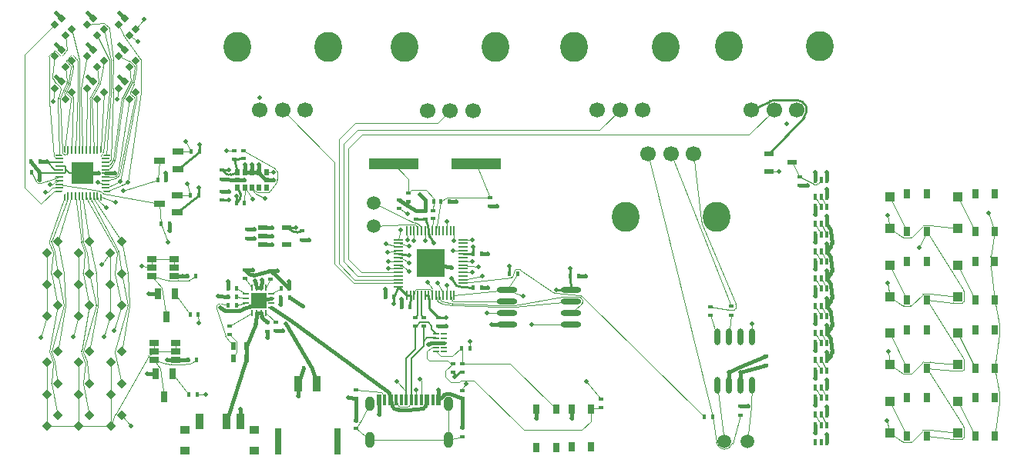
<source format=gbr>
%TF.GenerationSoftware,KiCad,Pcbnew,7.0.2-6a45011f42~172~ubuntu22.04.1*%
%TF.CreationDate,2023-05-01T16:59:55-07:00*%
%TF.ProjectId,hackathon-2022,6861636b-6174-4686-9f6e-2d323032322e,rev?*%
%TF.SameCoordinates,Original*%
%TF.FileFunction,Copper,L1,Top*%
%TF.FilePolarity,Positive*%
%FSLAX46Y46*%
G04 Gerber Fmt 4.6, Leading zero omitted, Abs format (unit mm)*
G04 Created by KiCad (PCBNEW 7.0.2-6a45011f42~172~ubuntu22.04.1) date 2023-05-01 16:59:55*
%MOMM*%
%LPD*%
G01*
G04 APERTURE LIST*
G04 Aperture macros list*
%AMRotRect*
0 Rectangle, with rotation*
0 The origin of the aperture is its center*
0 $1 length*
0 $2 width*
0 $3 Rotation angle, in degrees counterclockwise*
0 Add horizontal line*
21,1,$1,$2,0,0,$3*%
%AMFreePoly0*
4,1,5,0.100025,-0.600051,-0.099975,-0.600051,-0.099975,0.049911,0.100025,0.249886,0.100025,-0.600051,0.100025,-0.600051,$1*%
%AMFreePoly1*
4,1,5,0.099975,0.049936,0.099975,-0.600025,-0.100025,-0.600025,-0.100025,0.249911,0.099975,0.049936,0.099975,0.049936,$1*%
%AMFreePoly2*
4,1,5,0.599924,-0.100000,-0.050038,-0.100000,-0.250013,0.100000,0.599924,0.100000,0.599924,-0.100000,0.599924,-0.100000,$1*%
%AMFreePoly3*
4,1,5,0.600025,-0.100025,-0.249911,-0.100025,-0.049936,0.099975,0.600025,0.099975,0.600025,-0.100025,0.600025,-0.100025,$1*%
%AMFreePoly4*
4,1,5,0.100000,-0.050038,-0.100000,-0.250013,-0.100000,0.599924,0.100000,0.599924,0.100000,-0.050038,0.100000,-0.050038,$1*%
%AMFreePoly5*
4,1,5,0.100025,-0.249911,-0.099975,-0.049936,-0.099975,0.600025,0.100025,0.600025,0.100025,-0.249911,0.100025,-0.249911,$1*%
%AMFreePoly6*
4,1,5,0.250013,-0.100000,-0.599924,-0.100000,-0.599924,0.100000,0.050038,0.100000,0.250013,-0.100000,0.250013,-0.100000,$1*%
%AMFreePoly7*
4,1,5,0.050038,-0.099949,-0.599924,-0.099949,-0.599924,0.100051,0.250013,0.100051,0.050038,-0.099949,0.050038,-0.099949,$1*%
G04 Aperture macros list end*
%TA.AperFunction,SMDPad,CuDef*%
%ADD10R,0.600000X0.380278*%
%TD*%
%TA.AperFunction,SMDPad,CuDef*%
%ADD11R,1.000000X0.700000*%
%TD*%
%TA.AperFunction,SMDPad,CuDef*%
%ADD12R,0.500000X0.650000*%
%TD*%
%TA.AperFunction,SMDPad,CuDef*%
%ADD13R,0.550000X0.550000*%
%TD*%
%TA.AperFunction,SMDPad,CuDef*%
%ADD14RotRect,0.800000X0.800000X315.000000*%
%TD*%
%TA.AperFunction,SMDPad,CuDef*%
%ADD15R,0.700000X1.050000*%
%TD*%
%TA.AperFunction,SMDPad,CuDef*%
%ADD16R,0.380278X0.600000*%
%TD*%
%TA.AperFunction,SMDPad,CuDef*%
%ADD17R,1.070000X0.600000*%
%TD*%
%TA.AperFunction,SMDPad,CuDef*%
%ADD18RotRect,0.660000X0.700000X135.000000*%
%TD*%
%TA.AperFunction,SMDPad,CuDef*%
%ADD19R,1.000000X1.100000*%
%TD*%
%TA.AperFunction,SMDPad,CuDef*%
%ADD20R,0.455278X0.600000*%
%TD*%
%TA.AperFunction,SMDPad,CuDef*%
%ADD21R,0.320000X0.700000*%
%TD*%
%TA.AperFunction,SMDPad,CuDef*%
%ADD22R,0.600000X0.417778*%
%TD*%
%TA.AperFunction,SMDPad,CuDef*%
%ADD23R,5.500000X1.300000*%
%TD*%
%TA.AperFunction,ComponentPad*%
%ADD24C,1.700000*%
%TD*%
%TA.AperFunction,ComponentPad*%
%ADD25O,3.000000X3.300000*%
%TD*%
%TA.AperFunction,SMDPad,CuDef*%
%ADD26R,0.280000X0.665000*%
%TD*%
%TA.AperFunction,SMDPad,CuDef*%
%ADD27R,0.665000X0.280000*%
%TD*%
%TA.AperFunction,SMDPad,CuDef*%
%ADD28R,1.680000X1.680000*%
%TD*%
%TA.AperFunction,SMDPad,CuDef*%
%ADD29R,0.417778X0.600000*%
%TD*%
%TA.AperFunction,SMDPad,CuDef*%
%ADD30R,1.250000X0.700000*%
%TD*%
%TA.AperFunction,SMDPad,CuDef*%
%ADD31O,2.250000X0.630000*%
%TD*%
%TA.AperFunction,ComponentPad*%
%ADD32C,1.520000*%
%TD*%
%TA.AperFunction,SMDPad,CuDef*%
%ADD33FreePoly0,0.000000*%
%TD*%
%TA.AperFunction,SMDPad,CuDef*%
%ADD34R,0.200000X0.900000*%
%TD*%
%TA.AperFunction,SMDPad,CuDef*%
%ADD35FreePoly1,0.000000*%
%TD*%
%TA.AperFunction,SMDPad,CuDef*%
%ADD36FreePoly2,0.000000*%
%TD*%
%TA.AperFunction,SMDPad,CuDef*%
%ADD37R,0.900000X0.200000*%
%TD*%
%TA.AperFunction,SMDPad,CuDef*%
%ADD38FreePoly3,0.000000*%
%TD*%
%TA.AperFunction,SMDPad,CuDef*%
%ADD39FreePoly4,0.000000*%
%TD*%
%TA.AperFunction,SMDPad,CuDef*%
%ADD40FreePoly5,0.000000*%
%TD*%
%TA.AperFunction,SMDPad,CuDef*%
%ADD41FreePoly6,0.000000*%
%TD*%
%TA.AperFunction,SMDPad,CuDef*%
%ADD42FreePoly7,0.000000*%
%TD*%
%TA.AperFunction,SMDPad,CuDef*%
%ADD43R,2.450013X2.450013*%
%TD*%
%TA.AperFunction,SMDPad,CuDef*%
%ADD44R,0.700000X1.250000*%
%TD*%
%TA.AperFunction,SMDPad,CuDef*%
%ADD45R,0.512132X0.950000*%
%TD*%
%TA.AperFunction,SMDPad,CuDef*%
%ADD46R,0.600000X0.367778*%
%TD*%
%TA.AperFunction,SMDPad,CuDef*%
%ADD47R,1.100000X0.200000*%
%TD*%
%TA.AperFunction,SMDPad,CuDef*%
%ADD48R,0.200000X1.100000*%
%TD*%
%TA.AperFunction,SMDPad,CuDef*%
%ADD49R,3.100000X3.100000*%
%TD*%
%TA.AperFunction,SMDPad,CuDef*%
%ADD50R,0.600000X0.455278*%
%TD*%
%TA.AperFunction,SMDPad,CuDef*%
%ADD51R,0.500000X1.300000*%
%TD*%
%TA.AperFunction,SMDPad,CuDef*%
%ADD52R,0.350000X1.300000*%
%TD*%
%TA.AperFunction,ComponentPad*%
%ADD53O,1.000000X1.600000*%
%TD*%
%TA.AperFunction,ComponentPad*%
%ADD54O,1.000000X1.800000*%
%TD*%
%TA.AperFunction,SMDPad,CuDef*%
%ADD55O,0.630000X1.865000*%
%TD*%
%TA.AperFunction,SMDPad,CuDef*%
%ADD56R,0.457778X0.600000*%
%TD*%
%TA.AperFunction,SMDPad,CuDef*%
%ADD57R,0.367778X0.600000*%
%TD*%
%TA.AperFunction,SMDPad,CuDef*%
%ADD58R,0.600000X0.372778*%
%TD*%
%TA.AperFunction,SMDPad,CuDef*%
%ADD59R,0.680000X0.250000*%
%TD*%
%TA.AperFunction,SMDPad,CuDef*%
%ADD60R,0.900000X1.700000*%
%TD*%
%TA.AperFunction,SMDPad,CuDef*%
%ADD61R,0.800000X3.000000*%
%TD*%
%TA.AperFunction,SMDPad,CuDef*%
%ADD62R,0.372778X0.600000*%
%TD*%
%TA.AperFunction,SMDPad,CuDef*%
%ADD63R,0.600000X0.457778*%
%TD*%
%TA.AperFunction,SMDPad,CuDef*%
%ADD64R,0.900000X1.800000*%
%TD*%
%TA.AperFunction,SMDPad,CuDef*%
%ADD65R,1.100000X0.930000*%
%TD*%
%TA.AperFunction,SMDPad,CuDef*%
%ADD66R,1.000000X0.600000*%
%TD*%
%TA.AperFunction,ViaPad*%
%ADD67C,0.460000*%
%TD*%
%TA.AperFunction,Conductor*%
%ADD68C,0.090000*%
%TD*%
%TA.AperFunction,Conductor*%
%ADD69C,0.200000*%
%TD*%
%TA.AperFunction,Conductor*%
%ADD70C,0.381000*%
%TD*%
%TA.AperFunction,Conductor*%
%ADD71C,0.254000*%
%TD*%
G04 APERTURE END LIST*
D10*
%TO.P,R4,1,1*%
%TO.N,Net-(U1-CHG_NOT)*%
X108339169Y-119565500D03*
%TO.P,R4,2,2*%
%TO.N,Net-(D1-Padc)*%
X108339169Y-120485222D03*
%TD*%
D11*
%TO.P,Q5,1,D0*%
%TO.N,Net-(LED20-A)*%
X99822695Y-112196955D03*
%TO.P,Q5,2,D1*%
X99822695Y-113146955D03*
%TO.P,Q5,3,G*%
%TO.N,Net-(Q4-C)*%
X99822695Y-114096955D03*
%TO.P,Q5,4,S*%
%TO.N,P4V2*%
X102222695Y-114096955D03*
%TO.P,Q5,5,D2*%
%TO.N,Net-(LED20-A)*%
X102222695Y-113146955D03*
%TO.P,Q5,6,D3*%
X102222695Y-112196955D03*
%TD*%
D12*
%TO.P,U8,5,SHT*%
%TO.N,tof-en_gpio*%
X112412863Y-102620425D03*
%TO.P,U8,4,GND2*%
%TO.N,GND*%
X111612863Y-102620425D03*
%TO.P,U8,3,GND*%
X110812863Y-102620425D03*
%TO.P,U8,2,VSS*%
X110012863Y-102620425D03*
%TO.P,U8,1,VDD*%
%TO.N,VDD*%
X109212863Y-102620425D03*
%TO.P,U8,11,AVDD*%
X109212863Y-104371425D03*
%TO.P,U8,10,SCL*%
%TO.N,tof-i2c_scl*%
X110012863Y-104371425D03*
%TO.P,U8,9,SDA*%
%TO.N,tof-i2c_sda*%
X110812863Y-104371425D03*
%TO.P,U8,8,DNC*%
%TO.N,unconnected-(U8-DNC-Pad8)*%
X111612863Y-104371425D03*
%TO.P,U8,7,GP1*%
%TO.N,unconnected-(U8-GP1-Pad7)*%
X112412863Y-104371425D03*
D13*
%TO.P,U8,12,GND4*%
%TO.N,GND*%
X109212863Y-103495425D03*
%TO.P,U8,6,GND3*%
X112412863Y-103495425D03*
%TD*%
D14*
%TO.P,LED17,2,K*%
%TO.N,drive6_gpio*%
X96481898Y-122405452D03*
%TO.P,LED17,1,A*%
%TO.N,Net-(LED11-A)*%
X95278402Y-123608948D03*
%TD*%
%TO.P,LED28,2,K*%
%TO.N,drive8_gpio*%
X89464836Y-110308424D03*
%TO.P,LED28,1,A*%
%TO.N,Net-(LED20-A)*%
X88261340Y-111511920D03*
%TD*%
D15*
%TO.P,SW4,1,1*%
%TO.N,Net-(D4-K)*%
X190321250Y-131707966D03*
%TO.P,SW4,2,2*%
%TO.N,unconnected-(SW4-Pad2)*%
X190321250Y-127507966D03*
%TO.P,SW4,3,3*%
%TO.N,rows0_gpio*%
X192470250Y-131707966D03*
%TO.P,SW4,4,4*%
%TO.N,unconnected-(SW4-Pad4)*%
X192470250Y-127507966D03*
%TD*%
D16*
%TO.P,R8,1,1*%
%TO.N,Net-(U1-EN1)*%
X109094234Y-116392923D03*
%TO.P,R8,2,2*%
%TO.N,VBAT*%
X108174512Y-116392923D03*
%TD*%
D17*
%TO.P,Q1,1,G*%
%TO.N,VDD*%
X167657952Y-100645161D03*
%TO.P,Q1,2,S*%
%TO.N,led-data_gpio*%
X167657952Y-102544161D03*
%TO.P,Q1,3,D*%
%TO.N,Net-(LED1-DI)*%
X170127952Y-101594161D03*
%TD*%
D14*
%TO.P,LED12,2,K*%
%TO.N,drive1_gpio*%
X92981898Y-129405452D03*
%TO.P,LED12,1,A*%
%TO.N,Net-(LED11-A)*%
X91778402Y-130608948D03*
%TD*%
%TO.P,LED23,2,K*%
%TO.N,drive3_gpio*%
X96464836Y-113808424D03*
%TO.P,LED23,1,A*%
%TO.N,Net-(LED20-A)*%
X95261340Y-115011920D03*
%TD*%
D18*
%TO.P,LED36,4,R*%
%TO.N,rgb-drive21_gpio*%
X98036650Y-90379286D03*
%TO.P,LED36,3,G*%
%TO.N,rgb-drive22_gpio*%
X97329543Y-91086392D03*
%TO.P,LED36,2,B*%
%TO.N,rgb-drive23_gpio*%
X96155746Y-89912595D03*
%TO.P,LED36,1,1*%
%TO.N,P4V2*%
X96862853Y-89205488D03*
%TD*%
D19*
%TO.P,D11,1,K*%
%TO.N,Net-(D11-K)*%
X180908250Y-105371466D03*
%TO.P,D11,2,A*%
%TO.N,cols3_gpio*%
X180908250Y-108841466D03*
%TD*%
D20*
%TO.P,C7,1,1*%
%TO.N,VDD*%
X145746212Y-114051061D03*
%TO.P,C7,2,2*%
%TO.N,GND*%
X146740934Y-114051061D03*
%TD*%
D21*
%TO.P,LED5,1,BI*%
%TO.N,Net-(LED4-BO)*%
X173987828Y-115479456D03*
%TO.P,LED5,2,DI*%
%TO.N,Net-(LED4-DO)*%
X173357828Y-115479456D03*
%TO.P,LED5,3,VDD*%
%TO.N,P4V2*%
X172727828Y-115479456D03*
%TO.P,LED5,4,DO*%
%TO.N,Net-(LED5-DO)*%
X172727828Y-117359456D03*
%TO.P,LED5,5,BO*%
%TO.N,Net-(LED5-BO)*%
X173357828Y-117359456D03*
%TO.P,LED5,6,GND*%
%TO.N,GND*%
X173987828Y-117359456D03*
%TD*%
D16*
%TO.P,R35,1,1*%
%TO.N,rpi-led-i2c_scl*%
X104011268Y-105186422D03*
%TO.P,R35,2,2*%
%TO.N,VDD*%
X104930990Y-105186422D03*
%TD*%
%TO.P,R23,1,1*%
%TO.N,Net-(Q2-C)*%
X104696064Y-123330120D03*
%TO.P,R23,2,2*%
%TO.N,P4V2*%
X103776342Y-123330120D03*
%TD*%
D22*
%TO.P,C27,1,1*%
%TO.N,GND*%
X107500780Y-104754738D03*
%TO.P,C27,2,2*%
%TO.N,VDD*%
X107500780Y-105711960D03*
%TD*%
%TO.P,C1,1,1*%
%TO.N,Net-(USB1-SHELL0)*%
X133931997Y-131762317D03*
%TO.P,C1,2,2*%
%TO.N,GND*%
X133931997Y-130805095D03*
%TD*%
D16*
%TO.P,R5,1,1*%
%TO.N,Net-(U1-PGOOD_NOT)*%
X109095899Y-117336240D03*
%TO.P,R5,2,2*%
%TO.N,Net-(D2-Padc)*%
X108176177Y-117336240D03*
%TD*%
D18*
%TO.P,LED31,4,R*%
%TO.N,rgb-drive6_gpio*%
X91036650Y-86879286D03*
%TO.P,LED31,3,G*%
%TO.N,rgb-drive7_gpio*%
X90329543Y-87586392D03*
%TO.P,LED31,2,B*%
%TO.N,rgb-drive8_gpio*%
X89155746Y-86412595D03*
%TO.P,LED31,1,1*%
%TO.N,P4V2*%
X89862853Y-85705488D03*
%TD*%
D22*
%TO.P,C5,1,1*%
%TO.N,GND*%
X110302048Y-109913728D03*
%TO.P,C5,2,2*%
%TO.N,P4V2*%
X110302048Y-108956506D03*
%TD*%
D23*
%TO.P,X1,1,1*%
%TO.N,Net-(U3-XIN)*%
X135456573Y-101731061D03*
%TO.P,X1,2,2*%
%TO.N,Net-(C11-Pad1)*%
X126350573Y-101731061D03*
%TD*%
D15*
%TO.P,SW7,1,1*%
%TO.N,Net-(D7-K)*%
X190321250Y-109207966D03*
%TO.P,SW7,2,2*%
%TO.N,unconnected-(SW7-Pad2)*%
X190321250Y-105007966D03*
%TO.P,SW7,3,3*%
%TO.N,rows0_gpio*%
X192470250Y-109207966D03*
%TO.P,SW7,4,4*%
%TO.N,unconnected-(SW7-Pad4)*%
X192470250Y-105007966D03*
%TD*%
D24*
%TO.P,R29,1,1*%
%TO.N,VDD*%
X165700513Y-95799691D03*
%TO.P,R29,2,2*%
%TO.N,in_adc3*%
X168200513Y-95799691D03*
%TO.P,R29,3,3*%
%TO.N,GND*%
X170700513Y-95799691D03*
D25*
%TO.P,R29,4,4*%
%TO.N,unconnected-(R29-Pad4)*%
X173200513Y-88799691D03*
%TO.P,R29,5,5*%
%TO.N,unconnected-(R29-Pad5)*%
X163200513Y-88799691D03*
%TD*%
D16*
%TO.P,R9,1,1*%
%TO.N,Net-(U1-EN2)*%
X109099099Y-115443396D03*
%TO.P,R9,2,2*%
%TO.N,GND*%
X108179377Y-115443396D03*
%TD*%
%TO.P,R24,1,1*%
%TO.N,enable1_gpio*%
X104921655Y-118326256D03*
%TO.P,R24,2,2*%
%TO.N,Net-(Q4-B)*%
X104001933Y-118326256D03*
%TD*%
D19*
%TO.P,D6,2,A*%
%TO.N,cols2_gpio*%
X188408250Y-116341466D03*
%TO.P,D6,1,K*%
%TO.N,Net-(D6-K)*%
X188408250Y-112871466D03*
%TD*%
D26*
%TO.P,U1,1,TS*%
%TO.N,Net-(U1-TS)*%
X112300876Y-115362684D03*
%TO.P,U1,2,BAT0*%
%TO.N,VBAT*%
X111800876Y-115362684D03*
%TO.P,U1,3,BAT1*%
X111300876Y-115362684D03*
%TO.P,U1,4,CE_NOT*%
%TO.N,Net-(U1-CE_NOT)*%
X110800876Y-115362684D03*
%TO.P,U1,9,CHG_NOT*%
%TO.N,Net-(U1-CHG_NOT)*%
X110800876Y-118177684D03*
%TO.P,U1,10,OUT0*%
%TO.N,SW-VOUT*%
X111300876Y-118177684D03*
%TO.P,U1,11,OUT1*%
X111800876Y-118177684D03*
%TO.P,U1,12,ILIM*%
%TO.N,Net-(U1-ILIM)*%
X112300876Y-118177684D03*
D27*
%TO.P,U1,5,EN2*%
%TO.N,Net-(U1-EN2)*%
X110143876Y-116019684D03*
%TO.P,U1,6,EN1*%
%TO.N,Net-(U1-EN1)*%
X110143876Y-116520684D03*
%TO.P,U1,7,PGOOD_NOT*%
%TO.N,Net-(U1-PGOOD_NOT)*%
X110143876Y-117019684D03*
%TO.P,U1,8,VSS*%
%TO.N,GND*%
X110143876Y-117520684D03*
%TO.P,U1,13,IN*%
%TO.N,VBUS*%
X112957876Y-117520684D03*
%TO.P,U1,14,TMR*%
%TO.N,unconnected-(U1-TMR-Pad14)*%
X112957876Y-117019684D03*
%TO.P,U1,15,SYSOFF*%
%TO.N,GND*%
X112957876Y-116520684D03*
%TO.P,U1,16,ISET*%
%TO.N,Net-(U1-ISET)*%
X112957876Y-116019684D03*
D28*
%TO.P,U1,17,EP*%
%TO.N,GND*%
X111550876Y-116769684D03*
%TD*%
D21*
%TO.P,LED1,1,BI*%
%TO.N,GND*%
X173987828Y-103479456D03*
%TO.P,LED1,2,DI*%
%TO.N,Net-(LED1-DI)*%
X173357828Y-103479456D03*
%TO.P,LED1,3,VDD*%
%TO.N,P4V2*%
X172727828Y-103479456D03*
%TO.P,LED1,4,DO*%
%TO.N,Net-(LED1-DO)*%
X172727828Y-105359456D03*
%TO.P,LED1,5,BO*%
%TO.N,Net-(LED1-BO)*%
X173357828Y-105359456D03*
%TO.P,LED1,6,GND*%
%TO.N,GND*%
X173987828Y-105359456D03*
%TD*%
D14*
%TO.P,LED19,2,K*%
%TO.N,drive8_gpio*%
X89481898Y-122405452D03*
%TO.P,LED19,1,A*%
%TO.N,Net-(LED11-A)*%
X88278402Y-123608948D03*
%TD*%
D29*
%TO.P,C18,1,1*%
%TO.N,VDD*%
X126385784Y-116367861D03*
%TO.P,C18,2,2*%
%TO.N,GND*%
X125428562Y-116367861D03*
%TD*%
D21*
%TO.P,LED8,1,BI*%
%TO.N,Net-(LED7-BO)*%
X173987828Y-124479456D03*
%TO.P,LED8,2,DI*%
%TO.N,Net-(LED7-DO)*%
X173357828Y-124479456D03*
%TO.P,LED8,3,VDD*%
%TO.N,P4V2*%
X172727828Y-124479456D03*
%TO.P,LED8,4,DO*%
%TO.N,Net-(LED8-DO)*%
X172727828Y-126359456D03*
%TO.P,LED8,5,BO*%
%TO.N,Net-(LED8-BO)*%
X173357828Y-126359456D03*
%TO.P,LED8,6,GND*%
%TO.N,GND*%
X173987828Y-126359456D03*
%TD*%
D30*
%TO.P,Q7,1,G*%
%TO.N,VDD*%
X102653568Y-102297533D03*
%TO.P,Q7,2,S*%
%TO.N,rpi-led-i2c_sda*%
X102653568Y-100398533D03*
%TO.P,Q7,3,D*%
%TO.N,Net-(Q7-D)*%
X100653568Y-101348533D03*
%TD*%
D14*
%TO.P,LED14,2,K*%
%TO.N,drive3_gpio*%
X96481898Y-125905452D03*
%TO.P,LED14,1,A*%
%TO.N,Net-(LED11-A)*%
X95278402Y-127108948D03*
%TD*%
%TO.P,LED25,2,K*%
%TO.N,drive5_gpio*%
X89464836Y-113808424D03*
%TO.P,LED25,1,A*%
%TO.N,Net-(LED20-A)*%
X88261340Y-115011920D03*
%TD*%
D18*
%TO.P,LED37,4,R*%
%TO.N,rgb-drive24_gpio*%
X98036650Y-86879286D03*
%TO.P,LED37,3,G*%
%TO.N,rgb-drive25_gpio*%
X97329543Y-87586392D03*
%TO.P,LED37,2,B*%
%TO.N,rgb-drive26_gpio*%
X96155746Y-86412595D03*
%TO.P,LED37,1,1*%
%TO.N,P4V2*%
X96862853Y-85705488D03*
%TD*%
D16*
%TO.P,R14,1,1*%
%TO.N,VDD*%
X139103712Y-113801061D03*
%TO.P,R14,2,2*%
%TO.N,QSPI_SS*%
X140023434Y-113801061D03*
%TD*%
D22*
%TO.P,C10,1,1*%
%TO.N,Net-(U3-XIN)*%
X136944043Y-105418313D03*
%TO.P,C10,2,2*%
%TO.N,GND*%
X136944043Y-106375535D03*
%TD*%
%TO.P,C14,1,1*%
%TO.N,GND*%
X126975412Y-105718057D03*
%TO.P,C14,2,2*%
%TO.N,Net-(U3-DVDD0)*%
X126975412Y-106675279D03*
%TD*%
D16*
%TO.P,R36,1,1*%
%TO.N,/4: led-drive_u/SCL*%
X100861247Y-108290658D03*
%TO.P,R36,2,2*%
%TO.N,P4V2*%
X101780969Y-108290658D03*
%TD*%
D14*
%TO.P,LED20,2,K*%
%TO.N,drive0_gpio*%
X96464836Y-117308424D03*
%TO.P,LED20,1,A*%
%TO.N,Net-(LED20-A)*%
X95261340Y-118511920D03*
%TD*%
D15*
%TO.P,SW10,1,1*%
%TO.N,Net-(D10-K)*%
X182821250Y-116707966D03*
%TO.P,SW10,2,2*%
%TO.N,unconnected-(SW10-Pad2)*%
X182821250Y-112507966D03*
%TO.P,SW10,3,3*%
%TO.N,rows1_gpio*%
X184970250Y-116707966D03*
%TO.P,SW10,4,4*%
%TO.N,unconnected-(SW10-Pad4)*%
X184970250Y-112507966D03*
%TD*%
D31*
%TO.P,U4,1,NOT_CS*%
%TO.N,QSPI_SS*%
X138803073Y-115576061D03*
%TO.P,U4,2,DO_IO1*%
%TO.N,QSPI_SD1*%
X138803073Y-116846061D03*
%TO.P,U4,3,IO2*%
%TO.N,QSPI_SD2*%
X138803073Y-118116061D03*
%TO.P,U4,4,GND*%
%TO.N,GND*%
X138803073Y-119386061D03*
%TO.P,U4,8,VCC*%
%TO.N,VDD*%
X145864073Y-115576061D03*
%TO.P,U4,7,IO*%
%TO.N,QSPI_SD3*%
X145864073Y-116846061D03*
%TO.P,U4,6,CLK*%
%TO.N,QSPI_SCLK*%
X145864073Y-118116061D03*
%TO.P,U4,5,DI_IO0*%
%TO.N,QSPI_SD0*%
X145864073Y-119386061D03*
%TD*%
D16*
%TO.P,R25,1,1*%
%TO.N,Net-(Q4-C)*%
X104646644Y-114125173D03*
%TO.P,R25,2,2*%
%TO.N,P4V2*%
X103726922Y-114125173D03*
%TD*%
D18*
%TO.P,LED32,4,R*%
%TO.N,rgb-drive9_gpio*%
X94536650Y-93879286D03*
%TO.P,LED32,3,G*%
%TO.N,rgb-drive10_gpio*%
X93829543Y-94586392D03*
%TO.P,LED32,2,B*%
%TO.N,rgb-drive11_gpio*%
X92655746Y-93412595D03*
%TO.P,LED32,1,1*%
%TO.N,P4V2*%
X93362853Y-92705488D03*
%TD*%
D19*
%TO.P,D9,2,A*%
%TO.N,cols1_gpio*%
X180908250Y-123841466D03*
%TO.P,D9,1,K*%
%TO.N,Net-(D9-K)*%
X180908250Y-120371466D03*
%TD*%
D22*
%TO.P,C6,1,1*%
%TO.N,GND*%
X116277722Y-110084966D03*
%TO.P,C6,2,2*%
%TO.N,VDD*%
X116277722Y-109127744D03*
%TD*%
D32*
%TO.P,J2,1,1*%
%TO.N,Net-(U3-SWD)*%
X124231509Y-108583566D03*
%TO.P,J2,2,2*%
%TO.N,Net-(U3-SWCLK)*%
X124231509Y-106043566D03*
%TD*%
D33*
%TO.P,U6,1,OUT3*%
%TO.N,drive2_gpio*%
X90215444Y-105158087D03*
D34*
%TO.P,U6,2,OUT4*%
%TO.N,drive5_gpio*%
X90615495Y-105308201D03*
%TO.P,U6,3,OUT5*%
%TO.N,drive8_gpio*%
X91015546Y-105308201D03*
%TO.P,U6,4,OUT6*%
%TO.N,drive1_gpio*%
X91415342Y-105308201D03*
%TO.P,U6,5,OUT7*%
%TO.N,drive4_gpio*%
X91815393Y-105308201D03*
%TO.P,U6,6,OUT8*%
%TO.N,drive7_gpio*%
X92215444Y-105308201D03*
%TO.P,U6,7,OUT9*%
%TO.N,drive0_gpio*%
X92615495Y-105308201D03*
%TO.P,U6,8,OUT10*%
%TO.N,drive3_gpio*%
X93015546Y-105308201D03*
%TO.P,U6,9,OUT11*%
%TO.N,drive6_gpio*%
X93415342Y-105308201D03*
%TO.P,U6,10,OUT12*%
%TO.N,rgb-drive25_gpio*%
X93815393Y-105308201D03*
D35*
%TO.P,U6,11,OUT13*%
%TO.N,rgb-drive24_gpio*%
X94215444Y-105158087D03*
D36*
%TO.P,U6,12,OUT14*%
%TO.N,rgb-drive26_gpio*%
X94601525Y-104772260D03*
D37*
%TO.P,U6,13,OUT15*%
%TO.N,rgb-drive18_gpio*%
X94751385Y-104372209D03*
%TO.P,U6,14,OUT16*%
%TO.N,rgb-drive20_gpio*%
X94751385Y-103972158D03*
%TO.P,U6,15,OUT17*%
%TO.N,rgb-drive21_gpio*%
X94751385Y-103572108D03*
%TO.P,U6,16,OUT18*%
%TO.N,rgb-drive19_gpio*%
X94751385Y-103172057D03*
%TO.P,U6,17,GND0*%
%TO.N,GND*%
X94751385Y-102772260D03*
%TO.P,U6,18,OUT19*%
%TO.N,rgb-drive23_gpio*%
X94751385Y-102372209D03*
%TO.P,U6,19,OUT20*%
%TO.N,rgb-drive22_gpio*%
X94751385Y-101972158D03*
%TO.P,U6,20,OUT21*%
%TO.N,rgb-drive17_gpio*%
X94751385Y-101572108D03*
%TO.P,U6,21,OUT22*%
%TO.N,rgb-drive16_gpio*%
X94751385Y-101172057D03*
D38*
%TO.P,U6,22,OUT23*%
%TO.N,rgb-drive15_gpio*%
X94601271Y-100772260D03*
D39*
%TO.P,U6,23,OUT24*%
%TO.N,rgb-drive9_gpio*%
X94215444Y-100386179D03*
D34*
%TO.P,U6,24,OUT25*%
%TO.N,rgb-drive10_gpio*%
X93815393Y-100236065D03*
%TO.P,U6,25,OUT26*%
%TO.N,rgb-drive12_gpio*%
X93415342Y-100236065D03*
%TO.P,U6,26,OUT27*%
%TO.N,rgb-drive13_gpio*%
X93015546Y-100236065D03*
%TO.P,U6,27,OUT28*%
%TO.N,rgb-drive11_gpio*%
X92615495Y-100236065D03*
%TO.P,U6,28,OUT29*%
%TO.N,rgb-drive14_gpio*%
X92215444Y-100236065D03*
%TO.P,U6,29,OUT30*%
%TO.N,rgb-drive6_gpio*%
X91815393Y-100236065D03*
%TO.P,U6,30,OUT31*%
%TO.N,rgb-drive1_gpio*%
X91415342Y-100236065D03*
%TO.P,U6,31,OUT32*%
%TO.N,rgb-drive0_gpio*%
X91015546Y-100236065D03*
%TO.P,U6,32,OUT33*%
%TO.N,rgb-drive4_gpio*%
X90615495Y-100236065D03*
D40*
%TO.P,U6,33,OUT34*%
%TO.N,rgb-drive3_gpio*%
X90215444Y-100386433D03*
D41*
%TO.P,U6,34,OUT35*%
%TO.N,rgb-drive5_gpio*%
X89829363Y-100772260D03*
D37*
%TO.P,U6,35,OUT36*%
%TO.N,rgb-drive7_gpio*%
X89679503Y-101172057D03*
%TO.P,U6,36,SDB*%
%TO.N,P4V2*%
X89679503Y-101572108D03*
%TO.P,U6,37,AD*%
%TO.N,GND*%
X89679503Y-101972158D03*
%TO.P,U6,38,VCC*%
%TO.N,P4V2*%
X89679503Y-102372209D03*
%TO.P,U6,39,GND1*%
%TO.N,GND*%
X89679503Y-102772260D03*
%TO.P,U6,40,R-EXT*%
%TO.N,Net-(U6-R-EXT)*%
X89679503Y-103172057D03*
%TO.P,U6,41,SDA*%
%TO.N,Net-(Q7-D)*%
X89679503Y-103572108D03*
%TO.P,U6,42,SCL*%
%TO.N,/4: led-drive_u/SCL*%
X89679503Y-103972158D03*
%TO.P,U6,43,OUT1*%
%TO.N,rgb-drive2_gpio*%
X89679503Y-104372209D03*
D42*
%TO.P,U6,44,OUT2*%
%TO.N,rgb-drive8_gpio*%
X89829363Y-104772260D03*
D43*
%TO.P,U6,45,EPAD*%
%TO.N,GND*%
X92215444Y-102772260D03*
%TD*%
D44*
%TO.P,Q2,2,B*%
%TO.N,Net-(Q2-B)*%
X102105244Y-124853241D03*
%TO.P,Q2,1,E*%
%TO.N,GND*%
X100205244Y-124853241D03*
%TO.P,Q2,3,C*%
%TO.N,Net-(Q2-C)*%
X101155244Y-127352241D03*
%TD*%
D24*
%TO.P,R27,1,1*%
%TO.N,Net-(C25-Pad1)*%
X159343123Y-100595783D03*
%TO.P,R27,2,2*%
%TO.N,Net-(C24-Pad1)*%
X156843123Y-100595783D03*
%TO.P,R27,3,3*%
%TO.N,Net-(C23-Pad1)*%
X154343123Y-100595783D03*
D25*
%TO.P,R27,4,4*%
%TO.N,unconnected-(R27-Pad4)*%
X151843123Y-107595783D03*
%TO.P,R27,5,5*%
%TO.N,unconnected-(R27-Pad5)*%
X161843123Y-107595783D03*
%TD*%
D29*
%TO.P,C16,1,1*%
%TO.N,VDD*%
X135084962Y-111661061D03*
%TO.P,C16,2,2*%
%TO.N,GND*%
X136042184Y-111661061D03*
%TD*%
D21*
%TO.P,LED4,1,BI*%
%TO.N,Net-(LED3-BO)*%
X173987828Y-112479456D03*
%TO.P,LED4,2,DI*%
%TO.N,Net-(LED3-DO)*%
X173357828Y-112479456D03*
%TO.P,LED4,3,VDD*%
%TO.N,P4V2*%
X172727828Y-112479456D03*
%TO.P,LED4,4,DO*%
%TO.N,Net-(LED4-DO)*%
X172727828Y-114359456D03*
%TO.P,LED4,5,BO*%
%TO.N,Net-(LED4-BO)*%
X173357828Y-114359456D03*
%TO.P,LED4,6,GND*%
%TO.N,GND*%
X173987828Y-114359456D03*
%TD*%
D16*
%TO.P,R20,1,1*%
%TO.N,rpi-led-i2c_sda*%
X104113597Y-100412562D03*
%TO.P,R20,2,2*%
%TO.N,VDD*%
X105033319Y-100412562D03*
%TD*%
D22*
%TO.P,C23,1,1*%
%TO.N,Net-(C23-Pad1)*%
X164503060Y-129387682D03*
%TO.P,C23,2,2*%
%TO.N,GND*%
X164503060Y-128430460D03*
%TD*%
D45*
%TO.P,D2,c,c*%
%TO.N,Net-(D2-Padc)*%
X108749329Y-121825874D03*
%TO.P,D2,a,a*%
%TO.N,SW-VOUT*%
X110187197Y-121825874D03*
%TD*%
D15*
%TO.P,SW5,1,1*%
%TO.N,Net-(D5-K)*%
X190321250Y-124207966D03*
%TO.P,SW5,2,2*%
%TO.N,unconnected-(SW5-Pad2)*%
X190321250Y-120007966D03*
%TO.P,SW5,3,3*%
%TO.N,rows0_gpio*%
X192470250Y-124207966D03*
%TO.P,SW5,4,4*%
%TO.N,unconnected-(SW5-Pad4)*%
X192470250Y-120007966D03*
%TD*%
D10*
%TO.P,R1,1,1*%
%TO.N,Net-(USB1-CC1)*%
X122226778Y-126599060D03*
%TO.P,R1,2,2*%
%TO.N,GND*%
X122226778Y-127518782D03*
%TD*%
D46*
%TO.P,R10,1,1*%
%TO.N,Net-(U1-ILIM)*%
X113414309Y-119207974D03*
%TO.P,R10,2,2*%
%TO.N,GND*%
X113414309Y-120115196D03*
%TD*%
D47*
%TO.P,U3,1,IOVDD5*%
%TO.N,VDD*%
X133973738Y-115271137D03*
%TO.P,U3,2,GPIO0*%
%TO.N,pwm_timer*%
X133973738Y-114871086D03*
%TO.P,U3,3,GPIO1*%
%TO.N,audio-enable_gpio*%
X133973738Y-114471036D03*
%TO.P,U3,4,GPIO2*%
%TO.N,unconnected-(U3-GPIO2-Pad4)*%
X133973738Y-114070985D03*
%TO.P,U3,5,GPIO3*%
%TO.N,cols2_gpio*%
X133973738Y-113671188D03*
%TO.P,U3,6,GPIO4*%
%TO.N,unconnected-(U3-GPIO4-Pad6)*%
X133973738Y-113271137D03*
%TO.P,U3,7,GPIO5*%
%TO.N,cols0_gpio*%
X133973738Y-112871086D03*
%TO.P,U3,8,GPIO6*%
%TO.N,cols1_gpio*%
X133973738Y-112471036D03*
%TO.P,U3,9,GPIO7*%
%TO.N,unconnected-(U3-GPIO7-Pad9)*%
X133973738Y-112070985D03*
%TO.P,U3,10,IOVDD4*%
%TO.N,VDD*%
X133973738Y-111671188D03*
%TO.P,U3,11,GPIO8*%
%TO.N,rows0_gpio*%
X133973738Y-111271137D03*
%TO.P,U3,12,GPIO9*%
%TO.N,unconnected-(U3-GPIO9-Pad12)*%
X133973738Y-110871086D03*
%TO.P,U3,13,GPIO10*%
%TO.N,unconnected-(U3-GPIO10-Pad13)*%
X133973738Y-110471036D03*
%TO.P,U3,14,GPIO11*%
%TO.N,rows1_gpio*%
X133973738Y-110070985D03*
D48*
%TO.P,U3,15,GPIO12*%
%TO.N,cols3_gpio*%
X133023522Y-109121023D03*
%TO.P,U3,16,GPIO13*%
%TO.N,unconnected-(U3-GPIO13-Pad16)*%
X132623725Y-109121023D03*
%TO.P,U3,17,GPIO14*%
%TO.N,led-data_gpio*%
X132223675Y-109121023D03*
%TO.P,U3,18,GPIO15*%
%TO.N,unconnected-(U3-GPIO15-Pad18)*%
X131823624Y-109121023D03*
%TO.P,U3,19,TESTEN*%
%TO.N,unconnected-(U3-TESTEN-Pad19)*%
X131423573Y-109121023D03*
%TO.P,U3,20,XIN*%
%TO.N,Net-(U3-XIN)*%
X131023522Y-109121023D03*
%TO.P,U3,21,XOUT*%
%TO.N,Net-(U3-XOUT)*%
X130623725Y-109121023D03*
%TO.P,U3,22,IOVDD3*%
%TO.N,VDD*%
X130223675Y-109121023D03*
%TO.P,U3,23,DVDD1*%
%TO.N,Net-(U3-DVDD0)*%
X129823624Y-109121023D03*
%TO.P,U3,24,SWCLK*%
%TO.N,Net-(U3-SWCLK)*%
X129423573Y-109121023D03*
%TO.P,U3,25,SWD*%
%TO.N,Net-(U3-SWD)*%
X129023522Y-109121023D03*
%TO.P,U3,26,RUN*%
%TO.N,Net-(U3-RUN)*%
X128623725Y-109121023D03*
%TO.P,U3,27,GPIO16*%
%TO.N,unconnected-(U3-GPIO16-Pad27)*%
X128223675Y-109121023D03*
%TO.P,U3,28,GPIO17*%
%TO.N,tof-en_gpio*%
X127823624Y-109121023D03*
D47*
%TO.P,U3,29,GPIO18*%
%TO.N,tof-i2c_sda*%
X126873408Y-110070985D03*
%TO.P,U3,30,GPIO19*%
%TO.N,tof-i2c_scl*%
X126873408Y-110471036D03*
%TO.P,U3,31,GPIO20*%
%TO.N,rpi-led-i2c_sda*%
X126873408Y-110871086D03*
%TO.P,U3,32,GPIO21*%
%TO.N,rpi-led-i2c_scl*%
X126873408Y-111271137D03*
%TO.P,U3,33,IOVDD2*%
%TO.N,VDD*%
X126873408Y-111671188D03*
%TO.P,U3,34,GPIO22*%
%TO.N,unconnected-(U3-GPIO22-Pad34)*%
X126873408Y-112070985D03*
%TO.P,U3,35,GPIO23*%
%TO.N,enable1_gpio*%
X126873408Y-112471036D03*
%TO.P,U3,36,GPIO24*%
%TO.N,unconnected-(U3-GPIO24-Pad36)*%
X126873408Y-112871086D03*
%TO.P,U3,37,GPIO25*%
%TO.N,enable0_gpio*%
X126873408Y-113271137D03*
%TO.P,U3,38,GPIO26*%
%TO.N,in_adc3*%
X126873408Y-113671188D03*
%TO.P,U3,39,GPIO27*%
%TO.N,in_adc1*%
X126873408Y-114070985D03*
%TO.P,U3,40,GPIO28*%
%TO.N,in_adc*%
X126873408Y-114471036D03*
%TO.P,U3,41,GPIO29*%
%TO.N,in_adc2*%
X126873408Y-114871086D03*
%TO.P,U3,42,IOVDD1*%
%TO.N,VDD*%
X126873408Y-115271137D03*
D48*
%TO.P,U3,43,ADC_AVDD*%
X127823624Y-116221099D03*
%TO.P,U3,44,VREG_IN*%
X128223675Y-116221099D03*
%TO.P,U3,45,VREG_VOUT*%
%TO.N,Net-(U3-DVDD0)*%
X128623725Y-116221099D03*
%TO.P,U3,46,USB_DM*%
%TO.N,/2: rpi_mcu/RP-USB-DM*%
X129023522Y-116221099D03*
%TO.P,U3,47,USB_DP*%
%TO.N,/2: rpi_mcu/RP-USB-DP*%
X129423573Y-116221099D03*
%TO.P,U3,48,USB_VDD*%
%TO.N,VDD*%
X129823624Y-116221099D03*
%TO.P,U3,49,IOVDD0*%
X130223675Y-116221099D03*
%TO.P,U3,50,DVDD0*%
%TO.N,Net-(U3-DVDD0)*%
X130623725Y-116221099D03*
%TO.P,U3,51,QSPI_SD3*%
%TO.N,QSPI_SD3*%
X131023522Y-116221099D03*
%TO.P,U3,52,QSPI_SCLK*%
%TO.N,QSPI_SCLK*%
X131423573Y-116221099D03*
%TO.P,U3,53,QSPI_SD0*%
%TO.N,QSPI_SD0*%
X131823624Y-116221099D03*
%TO.P,U3,54,QSPI_SD2*%
%TO.N,QSPI_SD2*%
X132223675Y-116221099D03*
%TO.P,U3,55,QSPI_SD1*%
%TO.N,QSPI_SD1*%
X132623725Y-116221099D03*
%TO.P,U3,56,QSPI_SS*%
%TO.N,QSPI_SS*%
X133023522Y-116221099D03*
D49*
%TO.P,U3,57,GND*%
%TO.N,GND*%
X130423573Y-112671188D03*
%TD*%
D10*
%TO.P,R12,1,1*%
%TO.N,RP-USB-NET-DN*%
X128803573Y-119570822D03*
%TO.P,R12,2,2*%
%TO.N,/2: rpi_mcu/RP-USB-DM*%
X128803573Y-118651100D03*
%TD*%
D14*
%TO.P,LED16,2,K*%
%TO.N,drive5_gpio*%
X89481898Y-125905452D03*
%TO.P,LED16,1,A*%
%TO.N,Net-(LED11-A)*%
X88278402Y-127108948D03*
%TD*%
%TO.P,LED27,2,K*%
%TO.N,drive7_gpio*%
X92964836Y-110308424D03*
%TO.P,LED27,1,A*%
%TO.N,Net-(LED20-A)*%
X91761340Y-111511920D03*
%TD*%
D19*
%TO.P,D4,2,A*%
%TO.N,cols0_gpio*%
X188408250Y-131341466D03*
%TO.P,D4,1,K*%
%TO.N,Net-(D4-K)*%
X188408250Y-127871466D03*
%TD*%
D24*
%TO.P,R31,1,1*%
%TO.N,VDD*%
X148743714Y-95817671D03*
%TO.P,R31,2,2*%
%TO.N,in_adc1*%
X151243714Y-95817671D03*
%TO.P,R31,3,3*%
%TO.N,GND*%
X153743714Y-95817671D03*
D25*
%TO.P,R31,4,4*%
%TO.N,unconnected-(R31-Pad4)*%
X156243714Y-88817671D03*
%TO.P,R31,5,5*%
%TO.N,unconnected-(R31-Pad5)*%
X146243714Y-88817671D03*
%TD*%
D22*
%TO.P,C11,1,1*%
%TO.N,Net-(C11-Pad1)*%
X128016000Y-104931389D03*
%TO.P,C11,2,2*%
%TO.N,GND*%
X128016000Y-105888611D03*
%TD*%
D29*
%TO.P,C15,1,1*%
%TO.N,GND*%
X136042184Y-115381061D03*
%TO.P,C15,2,2*%
%TO.N,VDD*%
X135084962Y-115381061D03*
%TD*%
D14*
%TO.P,LED11,2,K*%
%TO.N,drive0_gpio*%
X96481898Y-129405452D03*
%TO.P,LED11,1,A*%
%TO.N,Net-(LED11-A)*%
X95278402Y-130608948D03*
%TD*%
%TO.P,LED22,2,K*%
%TO.N,drive2_gpio*%
X89464836Y-117308424D03*
%TO.P,LED22,1,A*%
%TO.N,Net-(LED20-A)*%
X88261340Y-118511920D03*
%TD*%
D22*
%TO.P,C19,1,1*%
%TO.N,VDD*%
X129833573Y-107809672D03*
%TO.P,C19,2,2*%
%TO.N,GND*%
X129833573Y-106852450D03*
%TD*%
D18*
%TO.P,LED33,4,R*%
%TO.N,rgb-drive12_gpio*%
X94536650Y-90379286D03*
%TO.P,LED33,3,G*%
%TO.N,rgb-drive13_gpio*%
X93829543Y-91086392D03*
%TO.P,LED33,2,B*%
%TO.N,rgb-drive14_gpio*%
X92655746Y-89912595D03*
%TO.P,LED33,1,1*%
%TO.N,P4V2*%
X93362853Y-89205488D03*
%TD*%
D50*
%TO.P,C26,1,1*%
%TO.N,GND*%
X167305101Y-123925403D03*
%TO.P,C26,2,2*%
%TO.N,P4V2*%
X167305101Y-122930681D03*
%TD*%
D15*
%TO.P,SW3,1,1*%
%TO.N,CH4*%
X144221926Y-128768421D03*
%TO.P,SW3,2,2*%
%TO.N,unconnected-(SW3-Pad2)*%
X144221926Y-132968421D03*
%TO.P,SW3,3,3*%
%TO.N,GND*%
X142072926Y-128768421D03*
%TO.P,SW3,4,4*%
%TO.N,unconnected-(SW3-Pad4)*%
X142072926Y-132968421D03*
%TD*%
D21*
%TO.P,LED7,1,BI*%
%TO.N,Net-(LED6-BO)*%
X173987828Y-121479456D03*
%TO.P,LED7,2,DI*%
%TO.N,Net-(LED6-DO)*%
X173357828Y-121479456D03*
%TO.P,LED7,3,VDD*%
%TO.N,P4V2*%
X172727828Y-121479456D03*
%TO.P,LED7,4,DO*%
%TO.N,Net-(LED7-DO)*%
X172727828Y-123359456D03*
%TO.P,LED7,5,BO*%
%TO.N,Net-(LED7-BO)*%
X173357828Y-123359456D03*
%TO.P,LED7,6,GND*%
%TO.N,GND*%
X173987828Y-123359456D03*
%TD*%
D15*
%TO.P,SW8,1,1*%
%TO.N,Net-(D8-K)*%
X182821250Y-131707966D03*
%TO.P,SW8,2,2*%
%TO.N,unconnected-(SW8-Pad2)*%
X182821250Y-127507966D03*
%TO.P,SW8,3,3*%
%TO.N,rows1_gpio*%
X184970250Y-131707966D03*
%TO.P,SW8,4,4*%
%TO.N,unconnected-(SW8-Pad4)*%
X184970250Y-127507966D03*
%TD*%
D51*
%TO.P,USB1,1,GND0*%
%TO.N,GND*%
X124770552Y-127692680D03*
%TO.P,USB1,3,VBUS0*%
%TO.N,VBUS*%
X126040552Y-127692680D03*
%TO.P,USB1,10,VBUS1*%
X130060552Y-127692680D03*
%TO.P,USB1,12,GND1*%
%TO.N,GND*%
X131330552Y-127692680D03*
D52*
%TO.P,USB1,2,CC1*%
%TO.N,Net-(USB1-CC1)*%
X125400552Y-127692680D03*
%TO.P,USB1,4,D+0*%
%TO.N,RP-USB-NET-DP*%
X126675552Y-127692680D03*
%TO.P,USB1,5,SBU2*%
%TO.N,unconnected-(USB1-SBU2-Pad5)*%
X127225552Y-127692680D03*
%TO.P,USB1,6,D-0*%
%TO.N,RP-USB-NET-DN*%
X127775552Y-127692680D03*
%TO.P,USB1,7,D+1*%
%TO.N,RP-USB-NET-DP*%
X128325552Y-127692680D03*
%TO.P,USB1,8,CC2*%
%TO.N,Net-(USB1-CC2)*%
X128875552Y-127692680D03*
%TO.P,USB1,9,D-1*%
%TO.N,RP-USB-NET-DN*%
X129425552Y-127692680D03*
%TO.P,USB1,11,SBU1*%
%TO.N,unconnected-(USB1-SBU1-Pad11)*%
X130700552Y-127692680D03*
D53*
%TO.P,USB1,16,SHELL3*%
%TO.N,Net-(USB1-SHELL0)*%
X132375552Y-128164680D03*
%TO.P,USB1,13,SHELL0*%
X123725552Y-128164680D03*
D54*
%TO.P,USB1,15,SHELL2*%
X132375552Y-132104680D03*
%TO.P,USB1,14,SHELL1*%
X123725552Y-132104680D03*
%TD*%
D46*
%TO.P,R17,1,1*%
%TO.N,Net-(C11-Pad1)*%
X130743573Y-106867450D03*
%TO.P,R17,2,2*%
%TO.N,Net-(U3-XOUT)*%
X130743573Y-107774672D03*
%TD*%
D16*
%TO.P,R21,1,1*%
%TO.N,Net-(Q7-D)*%
X100449554Y-103531156D03*
%TO.P,R21,2,2*%
%TO.N,P4V2*%
X101369276Y-103531156D03*
%TD*%
D44*
%TO.P,Q4,3,C*%
%TO.N,Net-(Q4-C)*%
X101390662Y-118538267D03*
%TO.P,Q4,1,E*%
%TO.N,GND*%
X100440662Y-116039267D03*
%TO.P,Q4,2,B*%
%TO.N,Net-(Q4-B)*%
X102340662Y-116039267D03*
%TD*%
D19*
%TO.P,D7,2,A*%
%TO.N,cols3_gpio*%
X188408250Y-108841466D03*
%TO.P,D7,1,K*%
%TO.N,Net-(D7-K)*%
X188408250Y-105371466D03*
%TD*%
D55*
%TO.P,U7,1,SD_NOT*%
%TO.N,audio-enable_gpio*%
X165757590Y-120763977D03*
%TO.P,U7,2,NC*%
%TO.N,unconnected-(U7-NC-Pad2)*%
X164487590Y-120763977D03*
%TO.P,U7,3,IN+*%
%TO.N,Net-(U7-IN+)*%
X163217590Y-120763977D03*
%TO.P,U7,4,IN-*%
%TO.N,/6: rpi_flash/IN-*%
X161947590Y-120763977D03*
%TO.P,U7,8,VO-*%
%TO.N,Net-(U7-VO-)*%
X165757590Y-126128977D03*
%TO.P,U7,7,GND*%
%TO.N,GND*%
X164487590Y-126128977D03*
%TO.P,U7,6,VDD*%
%TO.N,P4V2*%
X163217590Y-126128977D03*
%TO.P,U7,5,VO+*%
%TO.N,Net-(U7-VO+)*%
X161947590Y-126128977D03*
%TD*%
D22*
%TO.P,C24,1,1*%
%TO.N,Net-(C24-Pad1)*%
X163513181Y-117427347D03*
%TO.P,C24,2,2*%
%TO.N,Net-(U7-IN+)*%
X163513181Y-118384569D03*
%TD*%
D10*
%TO.P,R2,1,1*%
%TO.N,Net-(USB1-CC2)*%
X133938221Y-126668413D03*
%TO.P,R2,2,2*%
%TO.N,GND*%
X133938221Y-127588135D03*
%TD*%
D56*
%TO.P,C3,1,1*%
%TO.N,SW-VOUT*%
X114951775Y-116423966D03*
%TO.P,C3,2,2*%
%TO.N,GND*%
X113954553Y-116423966D03*
%TD*%
D16*
%TO.P,R11,1,1*%
%TO.N,Net-(U1-ISET)*%
X113998695Y-115478618D03*
%TO.P,R11,2,2*%
%TO.N,GND*%
X114918417Y-115478618D03*
%TD*%
D10*
%TO.P,R13,1,1*%
%TO.N,RP-USB-NET-DP*%
X129703573Y-119570922D03*
%TO.P,R13,2,2*%
%TO.N,/2: rpi_mcu/RP-USB-DP*%
X129703573Y-118651200D03*
%TD*%
D22*
%TO.P,C8,1,1*%
%TO.N,CH3*%
X132870166Y-123727389D03*
%TO.P,C8,2,2*%
%TO.N,VDD*%
X132870166Y-124684611D03*
%TD*%
%TO.P,C21,1,1*%
%TO.N,VDD*%
X131318000Y-118632350D03*
%TO.P,C21,2,2*%
%TO.N,GND*%
X131318000Y-119589572D03*
%TD*%
D14*
%TO.P,LED18,2,K*%
%TO.N,drive7_gpio*%
X92981898Y-122405452D03*
%TO.P,LED18,1,A*%
%TO.N,Net-(LED11-A)*%
X91778402Y-123608948D03*
%TD*%
D29*
%TO.P,C12,1,1*%
%TO.N,Net-(C11-Pad1)*%
X130822184Y-105911061D03*
%TO.P,C12,2,2*%
%TO.N,GND*%
X129864962Y-105911061D03*
%TD*%
D21*
%TO.P,LED3,1,BI*%
%TO.N,Net-(LED2-BO)*%
X173987828Y-109479456D03*
%TO.P,LED3,2,DI*%
%TO.N,Net-(LED2-DO)*%
X173357828Y-109479456D03*
%TO.P,LED3,3,VDD*%
%TO.N,P4V2*%
X172727828Y-109479456D03*
%TO.P,LED3,4,DO*%
%TO.N,Net-(LED3-DO)*%
X172727828Y-111359456D03*
%TO.P,LED3,5,BO*%
%TO.N,Net-(LED3-BO)*%
X173357828Y-111359456D03*
%TO.P,LED3,6,GND*%
%TO.N,GND*%
X173987828Y-111359456D03*
%TD*%
D14*
%TO.P,LED13,2,K*%
%TO.N,drive2_gpio*%
X89481898Y-129405452D03*
%TO.P,LED13,1,A*%
%TO.N,Net-(LED11-A)*%
X88278402Y-130608948D03*
%TD*%
%TO.P,LED24,2,K*%
%TO.N,drive4_gpio*%
X92964836Y-113808424D03*
%TO.P,LED24,1,A*%
%TO.N,Net-(LED20-A)*%
X91761340Y-115011920D03*
%TD*%
D15*
%TO.P,SW11,1,1*%
%TO.N,Net-(D11-K)*%
X182821250Y-109207966D03*
%TO.P,SW11,2,2*%
%TO.N,unconnected-(SW11-Pad2)*%
X182821250Y-105007966D03*
%TO.P,SW11,3,3*%
%TO.N,rows1_gpio*%
X184970250Y-109207966D03*
%TO.P,SW11,4,4*%
%TO.N,unconnected-(SW11-Pad4)*%
X184970250Y-105007966D03*
%TD*%
D10*
%TO.P,R6,1,1*%
%TO.N,GND*%
X110054722Y-113452508D03*
%TO.P,R6,2,2*%
%TO.N,Net-(U1-CE_NOT)*%
X110054722Y-114372230D03*
%TD*%
D21*
%TO.P,LED10,1,BI*%
%TO.N,Net-(LED10-BI)*%
X173987828Y-130479456D03*
%TO.P,LED10,2,DI*%
%TO.N,Net-(LED10-DI)*%
X173357828Y-130479456D03*
%TO.P,LED10,3,VDD*%
%TO.N,P4V2*%
X172727828Y-130479456D03*
%TO.P,LED10,4,DO*%
%TO.N,unconnected-(LED10-DO-Pad4)*%
X172727828Y-132359456D03*
%TO.P,LED10,5,BO*%
%TO.N,unconnected-(LED10-BO-Pad5)*%
X173357828Y-132359456D03*
%TO.P,LED10,6,GND*%
%TO.N,GND*%
X173987828Y-132359456D03*
%TD*%
D18*
%TO.P,LED34,4,R*%
%TO.N,rgb-drive15_gpio*%
X94536650Y-86879286D03*
%TO.P,LED34,3,G*%
%TO.N,rgb-drive16_gpio*%
X93829543Y-87586392D03*
%TO.P,LED34,2,B*%
%TO.N,rgb-drive17_gpio*%
X92655746Y-86412595D03*
%TO.P,LED34,1,1*%
%TO.N,P4V2*%
X93362853Y-85705488D03*
%TD*%
D19*
%TO.P,D10,2,A*%
%TO.N,cols2_gpio*%
X180908250Y-116341466D03*
%TO.P,D10,1,K*%
%TO.N,Net-(D10-K)*%
X180908250Y-112871466D03*
%TD*%
D15*
%TO.P,SW2,1,1*%
%TO.N,CH3*%
X148072651Y-128724227D03*
%TO.P,SW2,2,2*%
%TO.N,unconnected-(SW2-Pad2)*%
X148072651Y-132924227D03*
%TO.P,SW2,3,3*%
%TO.N,GND*%
X145923651Y-128724227D03*
%TO.P,SW2,4,4*%
%TO.N,unconnected-(SW2-Pad4)*%
X145923651Y-132924227D03*
%TD*%
D57*
%TO.P,R16,1,1*%
%TO.N,CH4*%
X133829308Y-122047730D03*
%TO.P,R16,2,2*%
%TO.N,Net-(U3-RUN)*%
X134736530Y-122047730D03*
%TD*%
D16*
%TO.P,R26,1,1*%
%TO.N,pwm_timer*%
X160486382Y-129575635D03*
%TO.P,R26,2,2*%
%TO.N,Net-(C23-Pad1)*%
X161406104Y-129575635D03*
%TD*%
D24*
%TO.P,R28,1,1*%
%TO.N,VDD*%
X111670450Y-95837487D03*
%TO.P,R28,2,2*%
%TO.N,in_adc2*%
X114170450Y-95837487D03*
%TO.P,R28,3,3*%
%TO.N,GND*%
X116670450Y-95837487D03*
D25*
%TO.P,R28,4,4*%
%TO.N,unconnected-(R28-Pad4)*%
X119170450Y-88837487D03*
%TO.P,R28,5,5*%
%TO.N,unconnected-(R28-Pad5)*%
X109170450Y-88837487D03*
%TD*%
D58*
%TO.P,R32,1,1*%
%TO.N,tof-i2c_sda*%
X109904267Y-100260286D03*
%TO.P,R32,2,2*%
%TO.N,VDD*%
X109904267Y-101172508D03*
%TD*%
D29*
%TO.P,C20,1,1*%
%TO.N,VDD*%
X128190784Y-117471061D03*
%TO.P,C20,2,2*%
%TO.N,GND*%
X127233562Y-117471061D03*
%TD*%
D18*
%TO.P,LED29,4,R*%
%TO.N,rgb-drive0_gpio*%
X91036650Y-93879286D03*
%TO.P,LED29,3,G*%
%TO.N,rgb-drive1_gpio*%
X90329543Y-94586392D03*
%TO.P,LED29,2,B*%
%TO.N,rgb-drive2_gpio*%
X89155746Y-93412595D03*
%TO.P,LED29,1,1*%
%TO.N,P4V2*%
X89862853Y-92705488D03*
%TD*%
D32*
%TO.P,J3,1,1*%
%TO.N,Net-(U7-VO-)*%
X165277522Y-132263141D03*
%TO.P,J3,2,2*%
%TO.N,Net-(U7-VO+)*%
X162737522Y-132263141D03*
%TD*%
D46*
%TO.P,R18,1,1*%
%TO.N,Net-(LED1-DI)*%
X171029726Y-103170146D03*
%TO.P,R18,2,2*%
%TO.N,P4V2*%
X171029726Y-104077368D03*
%TD*%
D11*
%TO.P,Q3,1,D0*%
%TO.N,Net-(LED11-A)*%
X100063021Y-121422752D03*
%TO.P,Q3,2,D1*%
X100063021Y-122372752D03*
%TO.P,Q3,3,G*%
%TO.N,Net-(Q2-C)*%
X100063021Y-123322752D03*
%TO.P,Q3,4,S*%
%TO.N,P4V2*%
X102463021Y-123322752D03*
%TO.P,Q3,5,D2*%
%TO.N,Net-(LED11-A)*%
X102463021Y-122372752D03*
%TO.P,Q3,6,D3*%
X102463021Y-121422752D03*
%TD*%
D15*
%TO.P,SW6,1,1*%
%TO.N,Net-(D6-K)*%
X190321250Y-116707966D03*
%TO.P,SW6,2,2*%
%TO.N,unconnected-(SW6-Pad2)*%
X190321250Y-112507966D03*
%TO.P,SW6,3,3*%
%TO.N,rows0_gpio*%
X192470250Y-116707966D03*
%TO.P,SW6,4,4*%
%TO.N,unconnected-(SW6-Pad4)*%
X192470250Y-112507966D03*
%TD*%
D22*
%TO.P,C25,1,1*%
%TO.N,Net-(C25-Pad1)*%
X161225376Y-117438499D03*
%TO.P,C25,2,2*%
%TO.N,/6: rpi_flash/IN-*%
X161225376Y-118395721D03*
%TD*%
D45*
%TO.P,D1,c,c*%
%TO.N,Net-(D1-Padc)*%
X108749101Y-123178150D03*
%TO.P,D1,a,a*%
%TO.N,SW-VOUT*%
X110186969Y-123178150D03*
%TD*%
D59*
%TO.P,D3,10,nc3*%
%TO.N,unconnected-(D3-nc3-Pad10)*%
X131933000Y-120428000D03*
%TO.P,D3,9,nc2*%
%TO.N,unconnected-(D3-nc2-Pad9)*%
X131933000Y-120928000D03*
%TO.P,D3,8,GND1*%
%TO.N,GND*%
X131933000Y-121428000D03*
%TO.P,D3,7,nc1*%
%TO.N,unconnected-(D3-nc1-Pad7)*%
X131933000Y-121928000D03*
%TO.P,D3,6,nc0*%
%TO.N,unconnected-(D3-nc0-Pad6)*%
X131933000Y-122428000D03*
%TO.P,D3,5,CH4*%
%TO.N,CH4*%
X131064000Y-122428000D03*
%TO.P,D3,4,CH3*%
%TO.N,CH3*%
X131064000Y-121928000D03*
%TO.P,D3,3,GND0*%
%TO.N,GND*%
X131064000Y-121428000D03*
%TO.P,D3,2,CH2*%
%TO.N,RP-USB-NET-DP*%
X131064000Y-120928000D03*
%TO.P,D3,1,CH1*%
%TO.N,RP-USB-NET-DN*%
X131064000Y-120428000D03*
%TD*%
D21*
%TO.P,LED6,1,BI*%
%TO.N,Net-(LED5-BO)*%
X173987828Y-118479456D03*
%TO.P,LED6,2,DI*%
%TO.N,Net-(LED5-DO)*%
X173357828Y-118479456D03*
%TO.P,LED6,3,VDD*%
%TO.N,P4V2*%
X172727828Y-118479456D03*
%TO.P,LED6,4,DO*%
%TO.N,Net-(LED6-DO)*%
X172727828Y-120359456D03*
%TO.P,LED6,5,BO*%
%TO.N,Net-(LED6-BO)*%
X173357828Y-120359456D03*
%TO.P,LED6,6,GND*%
%TO.N,GND*%
X173987828Y-120359456D03*
%TD*%
D16*
%TO.P,R19,1,1*%
%TO.N,Net-(U6-R-EXT)*%
X86562145Y-102689458D03*
%TO.P,R19,2,2*%
%TO.N,GND*%
X87481867Y-102689458D03*
%TD*%
D19*
%TO.P,D5,2,A*%
%TO.N,cols1_gpio*%
X188408250Y-123841466D03*
%TO.P,D5,1,K*%
%TO.N,Net-(D5-K)*%
X188408250Y-120371466D03*
%TD*%
D58*
%TO.P,R34,1,1*%
%TO.N,tof-en_gpio*%
X108840740Y-100276731D03*
%TO.P,R34,2,2*%
%TO.N,VDD*%
X108840740Y-101188953D03*
%TD*%
D60*
%TO.P,CN1,2,2*%
%TO.N,VBAT*%
X117925777Y-125929015D03*
%TO.P,CN1,1,1*%
%TO.N,GND*%
X115925777Y-125929015D03*
D61*
%TO.P,CN1,3,3*%
%TO.N,unconnected-(CN1-Pad3)*%
X120175777Y-132279015D03*
%TO.P,CN1,4,4*%
%TO.N,unconnected-(CN1-Pad4)*%
X113675777Y-132279015D03*
%TD*%
D29*
%TO.P,C13,1,1*%
%TO.N,Net-(U3-XIN)*%
X131564962Y-105901061D03*
%TO.P,C13,2,2*%
%TO.N,GND*%
X132522184Y-105901061D03*
%TD*%
D14*
%TO.P,LED15,2,K*%
%TO.N,drive4_gpio*%
X92981898Y-125905452D03*
%TO.P,LED15,1,A*%
%TO.N,Net-(LED11-A)*%
X91778402Y-127108948D03*
%TD*%
%TO.P,LED26,2,K*%
%TO.N,drive6_gpio*%
X96464836Y-110308424D03*
%TO.P,LED26,1,A*%
%TO.N,Net-(LED20-A)*%
X95261340Y-111511920D03*
%TD*%
D62*
%TO.P,R33,1,1*%
%TO.N,tof-i2c_scl*%
X109994489Y-106043432D03*
%TO.P,R33,2,2*%
%TO.N,VDD*%
X109082267Y-106043432D03*
%TD*%
D10*
%TO.P,R7,1,1*%
%TO.N,Net-(U1-TS)*%
X112810847Y-114387642D03*
%TO.P,R7,2,2*%
%TO.N,GND*%
X112810847Y-113467920D03*
%TD*%
D22*
%TO.P,C17,1,1*%
%TO.N,VDD*%
X128843573Y-107831072D03*
%TO.P,C17,2,2*%
%TO.N,GND*%
X128843573Y-106873850D03*
%TD*%
D14*
%TO.P,LED21,2,K*%
%TO.N,drive1_gpio*%
X92964836Y-117308424D03*
%TO.P,LED21,1,A*%
%TO.N,Net-(LED20-A)*%
X91761340Y-118511920D03*
%TD*%
D18*
%TO.P,LED35,4,R*%
%TO.N,rgb-drive18_gpio*%
X98036650Y-93879286D03*
%TO.P,LED35,3,G*%
%TO.N,rgb-drive19_gpio*%
X97329543Y-94586392D03*
%TO.P,LED35,2,B*%
%TO.N,rgb-drive20_gpio*%
X96155746Y-93412595D03*
%TO.P,LED35,1,1*%
%TO.N,P4V2*%
X96862853Y-92705488D03*
%TD*%
D24*
%TO.P,R30,1,1*%
%TO.N,VDD*%
X130091666Y-95868877D03*
%TO.P,R30,2,2*%
%TO.N,in_adc*%
X132591666Y-95868877D03*
%TO.P,R30,3,3*%
%TO.N,GND*%
X135091666Y-95868877D03*
D25*
%TO.P,R30,4,4*%
%TO.N,unconnected-(R30-Pad4)*%
X137591666Y-88868877D03*
%TO.P,R30,5,5*%
%TO.N,unconnected-(R30-Pad5)*%
X127591666Y-88868877D03*
%TD*%
D63*
%TO.P,C2,1,1*%
%TO.N,SW-VOUT*%
X112493804Y-119172567D03*
%TO.P,C2,2,2*%
%TO.N,GND*%
X112493804Y-120169789D03*
%TD*%
D46*
%TO.P,R15,1,1*%
%TO.N,CH3*%
X149170467Y-128547016D03*
%TO.P,R15,2,2*%
%TO.N,QSPI_SS*%
X149170467Y-127639794D03*
%TD*%
D22*
%TO.P,C9,1,1*%
%TO.N,CH4*%
X133933625Y-123725014D03*
%TO.P,C9,2,2*%
%TO.N,VDD*%
X133933625Y-124682236D03*
%TD*%
D15*
%TO.P,SW9,1,1*%
%TO.N,Net-(D9-K)*%
X182821250Y-124207966D03*
%TO.P,SW9,2,2*%
%TO.N,unconnected-(SW9-Pad2)*%
X182821250Y-120007966D03*
%TO.P,SW9,3,3*%
%TO.N,rows1_gpio*%
X184970250Y-124207966D03*
%TO.P,SW9,4,4*%
%TO.N,unconnected-(SW9-Pad4)*%
X184970250Y-120007966D03*
%TD*%
D50*
%TO.P,C28,1,1*%
%TO.N,GND*%
X107500182Y-103411495D03*
%TO.P,C28,2,2*%
%TO.N,VDD*%
X107500182Y-102416773D03*
%TD*%
D10*
%TO.P,R3,1,1*%
%TO.N,Net-(USB1-SHELL0)*%
X122233407Y-130889308D03*
%TO.P,R3,2,2*%
%TO.N,GND*%
X122233407Y-129969586D03*
%TD*%
D64*
%TO.P,SW1,1,1*%
%TO.N,unconnected-(SW1-Pad1)*%
X105017152Y-130114060D03*
%TO.P,SW1,2,2*%
%TO.N,SW-VOUT*%
X108017152Y-130114060D03*
%TO.P,SW1,3,3*%
%TO.N,P4V2*%
X109517152Y-130114060D03*
D65*
%TO.P,SW1,4,4*%
%TO.N,unconnected-(SW1-Pad4)*%
X111067152Y-131011060D03*
%TO.P,SW1,5,5*%
%TO.N,unconnected-(SW1-Pad5)*%
X111067152Y-133281060D03*
%TO.P,SW1,6,6*%
%TO.N,unconnected-(SW1-Pad6)*%
X103467152Y-133281060D03*
%TO.P,SW1,7,7*%
%TO.N,unconnected-(SW1-Pad7)*%
X103467152Y-131011060D03*
%TD*%
D21*
%TO.P,LED2,1,BI*%
%TO.N,Net-(LED1-BO)*%
X173987828Y-106479456D03*
%TO.P,LED2,2,DI*%
%TO.N,Net-(LED1-DO)*%
X173357828Y-106479456D03*
%TO.P,LED2,3,VDD*%
%TO.N,P4V2*%
X172727828Y-106479456D03*
%TO.P,LED2,4,DO*%
%TO.N,Net-(LED2-DO)*%
X172727828Y-108359456D03*
%TO.P,LED2,5,BO*%
%TO.N,Net-(LED2-BO)*%
X173357828Y-108359456D03*
%TO.P,LED2,6,GND*%
%TO.N,GND*%
X173987828Y-108359456D03*
%TD*%
D18*
%TO.P,LED30,4,R*%
%TO.N,rgb-drive3_gpio*%
X91036650Y-90379286D03*
%TO.P,LED30,3,G*%
%TO.N,rgb-drive4_gpio*%
X90329543Y-91086392D03*
%TO.P,LED30,2,B*%
%TO.N,rgb-drive5_gpio*%
X89155746Y-89912595D03*
%TO.P,LED30,1,1*%
%TO.N,P4V2*%
X89862853Y-89205488D03*
%TD*%
D19*
%TO.P,D8,2,A*%
%TO.N,cols0_gpio*%
X180908250Y-131341466D03*
%TO.P,D8,1,K*%
%TO.N,Net-(D8-K)*%
X180908250Y-127871466D03*
%TD*%
D56*
%TO.P,C4,1,1*%
%TO.N,VBAT*%
X117456710Y-124216213D03*
%TO.P,C4,2,2*%
%TO.N,GND*%
X116459488Y-124216213D03*
%TD*%
D66*
%TO.P,U2,5,VOUT*%
%TO.N,VDD*%
X114628331Y-108739775D03*
%TO.P,U2,4,NC*%
%TO.N,unconnected-(U2-NC-Pad4)*%
X114628331Y-110639775D03*
%TO.P,U2,3,CE*%
%TO.N,P4V2*%
X112028331Y-110639775D03*
%TO.P,U2,2,GND*%
%TO.N,GND*%
X112028331Y-109689775D03*
%TO.P,U2,1,VIN*%
%TO.N,P4V2*%
X112028331Y-108739775D03*
%TD*%
D21*
%TO.P,LED9,1,BI*%
%TO.N,Net-(LED8-BO)*%
X173987828Y-127479456D03*
%TO.P,LED9,2,DI*%
%TO.N,Net-(LED8-DO)*%
X173357828Y-127479456D03*
%TO.P,LED9,3,VDD*%
%TO.N,P4V2*%
X172727828Y-127479456D03*
%TO.P,LED9,4,DO*%
%TO.N,Net-(LED10-DI)*%
X172727828Y-129359456D03*
%TO.P,LED9,5,BO*%
%TO.N,Net-(LED10-BI)*%
X173357828Y-129359456D03*
%TO.P,LED9,6,GND*%
%TO.N,GND*%
X173987828Y-129359456D03*
%TD*%
D20*
%TO.P,C22,1,1*%
%TO.N,GND*%
X86528896Y-101504462D03*
%TO.P,C22,2,2*%
%TO.N,P4V2*%
X87523618Y-101504462D03*
%TD*%
D30*
%TO.P,Q6,1,G*%
%TO.N,VDD*%
X102613259Y-107074999D03*
%TO.P,Q6,2,S*%
%TO.N,rpi-led-i2c_scl*%
X102613259Y-105175999D03*
%TO.P,Q6,3,D*%
%TO.N,/4: led-drive_u/SCL*%
X100613259Y-106125999D03*
%TD*%
D16*
%TO.P,R22,1,1*%
%TO.N,enable0_gpio*%
X104830017Y-127097830D03*
%TO.P,R22,2,2*%
%TO.N,Net-(Q2-B)*%
X103910295Y-127097830D03*
%TD*%
D67*
%TO.N,RP-USB-NET-DN*%
X126746000Y-125730000D03*
X129286000Y-125476000D03*
%TO.N,unconnected-(U3-GPIO24-Pad36)*%
X128112742Y-113545967D03*
%TO.N,unconnected-(U3-GPIO22-Pad34)*%
X128083638Y-112623119D03*
%TO.N,SW-VOUT*%
X116363188Y-117432435D03*
X111209574Y-119343717D03*
%TO.N,led-data_gpio*%
X132223675Y-108071023D03*
X168692952Y-102544161D03*
%TO.N,VDD*%
X135084962Y-110861061D03*
X133096000Y-125222000D03*
X109082267Y-105243432D03*
X144239073Y-115576061D03*
X132761882Y-114333038D03*
X108300182Y-102435523D03*
X139103712Y-113001061D03*
X132118000Y-118632349D03*
X145746212Y-113251061D03*
X105033320Y-99612562D03*
X126385784Y-117167861D03*
X108300780Y-105730711D03*
X128067580Y-111803352D03*
X104930990Y-104386422D03*
X130765539Y-110462613D03*
X115628331Y-108739775D03*
X111670450Y-94417487D03*
%TO.N,cols2_gpio*%
X180649084Y-114817848D03*
X135023738Y-113671188D03*
%TO.N,GND*%
X111612863Y-101795425D03*
X112493804Y-120898678D03*
X132118000Y-119589572D03*
X117077722Y-110084966D03*
X111102048Y-109913729D03*
X113954553Y-117223966D03*
X113028331Y-109689775D03*
X95701385Y-102772260D03*
X165303060Y-128430459D03*
X145923651Y-129749227D03*
X133231073Y-105901061D03*
X107311376Y-117520684D03*
X110012863Y-101795425D03*
X129286000Y-105156000D03*
X173987828Y-104509456D03*
X87481867Y-103489458D03*
X132740151Y-113144387D03*
X173987828Y-131509456D03*
X115925777Y-127279015D03*
X164487590Y-124696477D03*
X131308896Y-126629195D03*
X125428562Y-115567861D03*
X114918417Y-114678618D03*
X173987828Y-102629456D03*
X108179377Y-114643396D03*
X113610847Y-113467920D03*
X173987828Y-107509456D03*
X173987828Y-110509456D03*
X108300780Y-104754738D03*
X173987828Y-125509456D03*
X147468573Y-114051061D03*
X130224000Y-121666000D03*
X121354158Y-127502030D03*
X136751073Y-115381061D03*
X124802841Y-129352499D03*
X173987828Y-113509456D03*
X113187863Y-103495425D03*
X99286056Y-124863044D03*
X127233562Y-116671061D03*
X110812863Y-101795425D03*
X173987828Y-119509456D03*
X114214309Y-120115196D03*
X110854722Y-113452508D03*
X173987828Y-128509456D03*
X173987828Y-116509456D03*
X137178073Y-119386061D03*
X99458588Y-115999237D03*
X169534421Y-97291841D03*
X137744043Y-106375535D03*
X173987828Y-122509456D03*
X109987863Y-103495425D03*
X136751073Y-111661061D03*
X93940450Y-102772260D03*
X142072926Y-129793421D03*
%TO.N,Net-(Q7-D)*%
X96668793Y-104700617D03*
X88646000Y-104013000D03*
%TO.N,rgb-drive26_gpio*%
X97171403Y-103727971D03*
%TO.N,tof-i2c_scl*%
X110911153Y-105583106D03*
X128088436Y-110821129D03*
%TO.N,cols1_gpio*%
X135023738Y-112471036D03*
X180709972Y-122347597D03*
%TO.N,rpi-led-i2c_scl*%
X103698884Y-103892986D03*
X125737445Y-111468671D03*
%TO.N,tof-en_gpio*%
X113162863Y-102620425D03*
X127894467Y-110079129D03*
X108040740Y-100276731D03*
%TO.N,Net-(U3-RUN)*%
X128623725Y-110171023D03*
X134736530Y-121247730D03*
%TO.N,rgb-drive2_gpio*%
X88138000Y-104902000D03*
X88957695Y-94828423D03*
%TO.N,rows1_gpio*%
X184120369Y-110950132D03*
X135023738Y-110070985D03*
%TO.N,/4: led-drive_u/SCL*%
X101559912Y-110344316D03*
%TO.N,cols3_gpio*%
X133023522Y-110171023D03*
X180689676Y-107369283D03*
%TO.N,VBAT*%
X107088057Y-116332143D03*
X114528309Y-119306337D03*
X111942415Y-114545263D03*
X111134486Y-114583767D03*
%TO.N,rpi-led-i2c_sda*%
X103550198Y-99250304D03*
X125564913Y-110534125D03*
%TO.N,rgb-drive25_gpio*%
X94809921Y-106595795D03*
X98323545Y-88225736D03*
%TO.N,QSPI_SD0*%
X131241388Y-114812071D03*
X141571144Y-119412436D03*
%TO.N,QSPI_SS*%
X140627231Y-116280918D03*
X147557265Y-125667432D03*
%TO.N,P4V2*%
X172727828Y-125329456D03*
X88251257Y-101504462D03*
X172727828Y-116329456D03*
X96275954Y-88618590D03*
X172727828Y-128329456D03*
X101369276Y-102731156D03*
X89275954Y-92118590D03*
X172727828Y-110329456D03*
X92775954Y-92118590D03*
X92775954Y-85118590D03*
X113028331Y-108739775D03*
X113028331Y-110639775D03*
X172727828Y-122329456D03*
X111102048Y-108956506D03*
X92775954Y-88618590D03*
X171829726Y-104077368D03*
X101463021Y-123322752D03*
X172727828Y-102629456D03*
X103222695Y-114096955D03*
X163217590Y-124696477D03*
X89275954Y-85118590D03*
X89275954Y-88618590D03*
X172727828Y-119329456D03*
X109517152Y-128714060D03*
X172727828Y-131329456D03*
X96275954Y-92118590D03*
X101780969Y-109090658D03*
X172727828Y-107329456D03*
X96275954Y-85118590D03*
X172727828Y-113329456D03*
%TO.N,QSPI_SD2*%
X132241274Y-115106832D03*
X136607162Y-118173551D03*
%TO.N,audio-enable_gpio*%
X165757590Y-119331477D03*
X136121731Y-114061377D03*
%TO.N,tof-i2c_sda*%
X127115141Y-108984663D03*
X112223764Y-105519847D03*
%TO.N,Net-(LED20-A)*%
X87575776Y-120879165D03*
X94323724Y-112819719D03*
X91151196Y-120790335D03*
X98695265Y-113002571D03*
X94548956Y-120745920D03*
%TO.N,enable0_gpio*%
X125823408Y-113271137D03*
X105732426Y-127098801D03*
%TO.N,Net-(USB1-CC2)*%
X134366000Y-125984000D03*
X128836236Y-126607479D03*
%TO.N,Net-(U3-DVDD0)*%
X129823624Y-110171023D03*
X127905947Y-107264682D03*
X130137101Y-114787067D03*
%TO.N,rgb-drive20_gpio*%
X96008808Y-94588387D03*
X93861950Y-103790449D03*
%TO.N,rgb-drive18_gpio*%
X96338641Y-103708907D03*
%TO.N,rows0_gpio*%
X132923738Y-111271137D03*
X191765116Y-107106866D03*
%TO.N,enable1_gpio*%
X125823408Y-112471036D03*
X104958831Y-119294795D03*
%TO.N,drive0_gpio*%
X97539888Y-130639109D03*
X95624744Y-120139599D03*
%TO.N,cols0_gpio*%
X180590062Y-129966549D03*
X135730053Y-113092137D03*
%TO.N,rgb-drive24_gpio*%
X98948125Y-85852334D03*
X95816779Y-105960680D03*
%TD*%
D68*
%TO.N,rgb-drive2_gpio*%
X89679503Y-104372209D02*
X89657712Y-104394000D01*
X89657712Y-104394000D02*
X88908188Y-104394000D01*
X88908188Y-104394000D02*
X88400188Y-104902000D01*
X88400188Y-104902000D02*
X88138000Y-104902000D01*
%TO.N,Net-(Q7-D)*%
X89184348Y-103734365D02*
G75*
G03*
X89172028Y-103738989I52252J-157935D01*
G01*
X88646000Y-104013000D02*
X88898017Y-104013000D01*
X88898017Y-104013000D02*
X89172028Y-103738989D01*
X89184349Y-103734367D02*
X89679503Y-103572108D01*
D69*
%TO.N,RP-USB-NET-DP*%
X129703573Y-121756427D02*
X129703573Y-121248427D01*
X129703573Y-121248427D02*
X130048000Y-120904000D01*
X131040000Y-120904000D02*
X131064000Y-120928000D01*
X130048000Y-120904000D02*
X131040000Y-120904000D01*
D70*
%TO.N,GND*%
X130224000Y-121666000D02*
X130462000Y-121428000D01*
X130462000Y-121428000D02*
X131064000Y-121428000D01*
X129864962Y-105734962D02*
X129864962Y-105911061D01*
X129286000Y-105156000D02*
X129864962Y-105734962D01*
D68*
%TO.N,rgb-drive8_gpio*%
X89155746Y-86412595D02*
X85852000Y-89716341D01*
X85852000Y-89716341D02*
X85852000Y-104394000D01*
X85852000Y-104394000D02*
X87630000Y-106172000D01*
X87630000Y-106172000D02*
X89029740Y-104772260D01*
X89029740Y-104772260D02*
X89829363Y-104772260D01*
D70*
%TO.N,GND*%
X127733967Y-106200033D02*
X127991024Y-106363364D01*
X126975412Y-105718056D02*
X127733967Y-106200033D01*
X127733967Y-106200033D02*
X127733967Y-106170644D01*
X127733967Y-106170644D02*
X128016000Y-105888611D01*
D68*
%TO.N,Net-(C11-Pad1)*%
X128016000Y-104931389D02*
X128016000Y-103396488D01*
X128016000Y-103396488D02*
X126350573Y-101731061D01*
X130822184Y-105911061D02*
X130822184Y-105521061D01*
X130822184Y-105521061D02*
X129949123Y-104648000D01*
X129949123Y-104648000D02*
X128299389Y-104648000D01*
X128299389Y-104648000D02*
X128016000Y-104931389D01*
%TO.N,RP-USB-NET-DN*%
X126746000Y-125730000D02*
X127775552Y-126759552D01*
X129425552Y-127692680D02*
X129425552Y-125615552D01*
X129425552Y-125615552D02*
X129286000Y-125476000D01*
X127775552Y-126759552D02*
X127775552Y-127692680D01*
%TO.N,in_adc3*%
X126873408Y-113671188D02*
X122815188Y-113671188D01*
X122815188Y-113671188D02*
X121412000Y-112268000D01*
X121412000Y-112268000D02*
X121412000Y-100076000D01*
X121412000Y-100076000D02*
X122936000Y-98552000D01*
X122936000Y-98552000D02*
X165448204Y-98552000D01*
X165448204Y-98552000D02*
X168200513Y-95799691D01*
%TO.N,in_adc1*%
X120904000Y-112522000D02*
X120904000Y-99568000D01*
X120904000Y-99568000D02*
X122428000Y-98044000D01*
X126873408Y-114070985D02*
X122452985Y-114070985D01*
X122452985Y-114070985D02*
X120904000Y-112522000D01*
X122428000Y-98044000D02*
X149017385Y-98044000D01*
X149017385Y-98044000D02*
X151243714Y-95817671D01*
%TO.N,in_adc*%
X120396000Y-99060000D02*
X122174000Y-97282000D01*
X122091036Y-114471036D02*
X120396000Y-112776000D01*
X126873408Y-114471036D02*
X122091036Y-114471036D01*
X120396000Y-112776000D02*
X120396000Y-99060000D01*
X122174000Y-97282000D02*
X131178543Y-97282000D01*
X131178543Y-97282000D02*
X132591666Y-95868877D01*
%TO.N,in_adc2*%
X121983086Y-114871086D02*
X119888000Y-112776000D01*
X126873408Y-114871086D02*
X121983086Y-114871086D01*
X119888000Y-101555037D02*
X114170450Y-95837487D01*
X119888000Y-112776000D02*
X119888000Y-101555037D01*
D71*
%TO.N,VDD*%
X133096000Y-125222000D02*
X133096000Y-124910445D01*
X133096000Y-124910445D02*
X132870166Y-124684611D01*
X133635764Y-124682236D02*
X133933625Y-124682236D01*
X133096000Y-125222000D02*
X133635764Y-124682236D01*
D68*
%TO.N,Net-(USB1-CC2)*%
X133938221Y-126668413D02*
X133938221Y-126411779D01*
X133938221Y-126411779D02*
X134366000Y-125984000D01*
%TO.N,CH3*%
X148072651Y-128724227D02*
X148072651Y-130057349D01*
X148072651Y-130057349D02*
X147066000Y-131064000D01*
X147066000Y-131064000D02*
X140716000Y-131064000D01*
X135220137Y-125568137D02*
X133765863Y-125568137D01*
X140716000Y-131064000D02*
X135220137Y-125568137D01*
X132080000Y-124517555D02*
X132870166Y-123727389D01*
X133765863Y-125568137D02*
X133575500Y-125758500D01*
X133575500Y-125758500D02*
X132616500Y-125758500D01*
X132616500Y-125758500D02*
X132080000Y-125222000D01*
X132080000Y-125222000D02*
X132080000Y-124517555D01*
%TO.N,CH4*%
X133933625Y-123725014D02*
X139178519Y-123725014D01*
X139178519Y-123725014D02*
X144221926Y-128768421D01*
%TO.N,CH3*%
X132870166Y-123727389D02*
X132617389Y-123727389D01*
X132617389Y-123727389D02*
X132334000Y-123444000D01*
%TO.N,CH4*%
X131572000Y-122936000D02*
X132842000Y-122936000D01*
X131064000Y-122428000D02*
X131572000Y-122936000D01*
X132842000Y-122936000D02*
X133730270Y-122047730D01*
X133730270Y-122047730D02*
X133829308Y-122047730D01*
X133933625Y-123725014D02*
X133933625Y-122152047D01*
X133933625Y-122152047D02*
X133829308Y-122047730D01*
%TO.N,CH3*%
X130302000Y-123444000D02*
X132334000Y-123444000D01*
X130548000Y-121928000D02*
X130048000Y-122428000D01*
X131064000Y-121928000D02*
X130548000Y-121928000D01*
X130048000Y-122428000D02*
X130048000Y-123190000D01*
X130048000Y-123190000D02*
X130302000Y-123444000D01*
D69*
%TO.N,RP-USB-NET-DN*%
X128803573Y-119570822D02*
X128913434Y-119570822D01*
X128913434Y-119570822D02*
X129293473Y-119190783D01*
X129293473Y-119190783D02*
X130193573Y-119190783D01*
X130556000Y-119553210D02*
X130556000Y-119920000D01*
X130193573Y-119190783D02*
X130556000Y-119553210D01*
X130556000Y-119920000D02*
X131064000Y-120428000D01*
D71*
%TO.N,VDD*%
X130304957Y-116831677D02*
X130304957Y-117619307D01*
X130304957Y-117619307D02*
X131318000Y-118632350D01*
D69*
%TO.N,/2: rpi_mcu/RP-USB-DP*%
X129703573Y-118651200D02*
X129423573Y-118371200D01*
X129423573Y-118371200D02*
X129423573Y-116221099D01*
%TO.N,/2: rpi_mcu/RP-USB-DM*%
X128803573Y-118651100D02*
X129023522Y-118431151D01*
X129023522Y-118431151D02*
X129023522Y-116221099D01*
%TO.N,RP-USB-NET-DN*%
X127775552Y-127692680D02*
X127775552Y-123176448D01*
X127775552Y-123176448D02*
X128803573Y-122148427D01*
X128803573Y-122148427D02*
X128803573Y-119570822D01*
%TO.N,RP-USB-NET-DP*%
X128325552Y-127692680D02*
X128325552Y-123134448D01*
X128325552Y-123134448D02*
X129703573Y-121756427D01*
X129703573Y-121756427D02*
X129703573Y-119570922D01*
%TO.N,GND*%
X90319503Y-102082209D02*
X90319503Y-102362000D01*
X90319503Y-102362000D02*
X90319503Y-102662209D01*
X90729763Y-102772260D02*
X90319503Y-102362000D01*
X92215444Y-102772260D02*
X90729763Y-102772260D01*
X89679503Y-101972158D02*
X90209452Y-101972158D01*
X90319503Y-102662209D02*
X90209452Y-102772260D01*
X90209452Y-101972158D02*
X90319503Y-102082209D01*
X90209452Y-102772260D02*
X89679503Y-102772260D01*
%TO.N,P4V2*%
X89679503Y-102372209D02*
X89119004Y-102372209D01*
X89119004Y-102372209D02*
X88251257Y-101504462D01*
%TO.N,GND*%
X89679503Y-102772260D02*
X87564669Y-102772260D01*
X87564669Y-102772260D02*
X87481867Y-102689458D01*
%TO.N,P4V2*%
X89679503Y-101572108D02*
X88318903Y-101572108D01*
X88318903Y-101572108D02*
X88251257Y-101504462D01*
D68*
%TO.N,unconnected-(U3-GPIO24-Pad36)*%
X128112742Y-113545967D02*
X127515022Y-113058745D01*
X127515015Y-113058753D02*
G75*
G03*
X127461506Y-113031232I-91615J-112347D01*
G01*
X127461506Y-113031231D02*
X126873408Y-112871086D01*
%TO.N,unconnected-(U3-GPIO22-Pad34)*%
X128083638Y-112623119D02*
X127501822Y-112249067D01*
X127501825Y-112249063D02*
G75*
G03*
X127461506Y-112231130I-78425J-122037D01*
G01*
X127461506Y-112231130D02*
X126873408Y-112070985D01*
%TO.N,Net-(U1-TS)*%
X112810847Y-114387643D02*
X112300876Y-115362684D01*
%TO.N,QSPI_SCLK*%
X145864073Y-118116061D02*
X146967494Y-117210771D01*
X146967489Y-117210765D02*
G75*
G03*
X146988889Y-117189077I-91989J112165D01*
G01*
X146988889Y-117189077D02*
X147078542Y-117076655D01*
X147078554Y-117076664D02*
G75*
G03*
X147106540Y-117018514I-113354J90364D01*
G01*
X147106541Y-117018514D02*
X147138539Y-116878326D01*
X147138555Y-116878330D02*
G75*
G03*
X147138538Y-116813795I-141355J32230D01*
G01*
X147138539Y-116813795D02*
X147106541Y-116673607D01*
X147106556Y-116673603D02*
G75*
G03*
X147078542Y-116615466I-141356J-32297D01*
G01*
X147078542Y-116615466D02*
X146988889Y-116503044D01*
X146988893Y-116503041D02*
G75*
G03*
X146938436Y-116462810I-113393J-90459D01*
G01*
X146938436Y-116462810D02*
X146808883Y-116400420D01*
X146808890Y-116400405D02*
G75*
G03*
X146745970Y-116386061I-62890J-130695D01*
G01*
X146745970Y-116386061D02*
X144982176Y-116386061D01*
X144982176Y-116386056D02*
G75*
G03*
X144957250Y-116388220I24J-144944D01*
G01*
X144957250Y-116388219D02*
X139709896Y-117303902D01*
X139684970Y-117306054D02*
G75*
G03*
X139709896Y-117303902I30J145054D01*
G01*
X139684970Y-117306061D02*
X137921176Y-117306061D01*
X137915384Y-117305944D02*
G75*
G03*
X137921176Y-117306061I5816J144544D01*
G01*
X137915384Y-117305945D02*
X132910139Y-117105831D01*
X132870476Y-117101874D02*
G75*
G03*
X132910139Y-117105830I53024J330774D01*
G01*
X132870476Y-117101872D02*
X131700664Y-116914269D01*
X131583701Y-116809201D02*
G75*
G03*
X131700664Y-116914268I139899J38101D01*
G01*
X131583719Y-116809196D02*
X131423573Y-116221099D01*
%TO.N,Net-(U3-SWCLK)*%
X124231509Y-106043566D02*
X128478667Y-108169622D01*
X128478671Y-108169614D02*
G75*
G03*
X128512442Y-108181579I64929J129614D01*
G01*
X128512442Y-108181579D02*
X128795649Y-108243835D01*
X128882926Y-108276280D02*
G75*
G03*
X128795649Y-108243836I-159226J-294720D01*
G01*
X128882931Y-108276271D02*
X129192432Y-108443444D01*
X129263403Y-108532932D02*
G75*
G03*
X129192432Y-108443444I-139903J-38068D01*
G01*
X129263428Y-108532925D02*
X129423573Y-109121023D01*
%TO.N,Net-(Q2-C)*%
X101155244Y-127352241D02*
X100698740Y-124207411D01*
X100698714Y-124207415D02*
G75*
G03*
X100671628Y-124141755I-143514J-20785D01*
G01*
X100671628Y-124141755D02*
X100063021Y-123322752D01*
X100063021Y-123322752D02*
X101343535Y-123713910D01*
X101343535Y-123713910D02*
G75*
G03*
X101396487Y-123726304I119465J391110D01*
G01*
X101396487Y-123726304D02*
X101939433Y-123815821D01*
X101939433Y-123815822D02*
G75*
G03*
X101963021Y-123817752I23567J142922D01*
G01*
X101963021Y-123817752D02*
X102963021Y-123817752D01*
X102963021Y-123817750D02*
G75*
G03*
X102969176Y-123817621I79J143550D01*
G01*
X102969176Y-123817622D02*
X103972635Y-123774989D01*
X103972634Y-123774976D02*
G75*
G03*
X104045334Y-123751805I-6134J144876D01*
G01*
X104045334Y-123751805D02*
X104696064Y-123330120D01*
%TO.N,rgb-drive13_gpio*%
X93829543Y-91086393D02*
X93987971Y-92676975D01*
X93970943Y-92760787D02*
G75*
G03*
X93987971Y-92676975I-127243J69487D01*
G01*
X93970968Y-92760801D02*
X93054642Y-94440070D01*
X93054628Y-94440063D02*
G75*
G03*
X93013710Y-94600644I294072J-160437D01*
G01*
X93013710Y-94600644D02*
X93015546Y-100236065D01*
D70*
%TO.N,SW-VOUT*%
X116363188Y-117432435D02*
X114951775Y-116423966D01*
X110187197Y-121825874D02*
X110186969Y-123178150D01*
X110187197Y-121825874D02*
X111209574Y-119343717D01*
X108017152Y-130114060D02*
X110186969Y-123178150D01*
X112493804Y-119172567D02*
X111973197Y-118731920D01*
X111875652Y-118565208D02*
G75*
G03*
X111973197Y-118731920I285248J55008D01*
G01*
X111875635Y-118565211D02*
X111800876Y-118177684D01*
X111209574Y-119343717D02*
X111300876Y-118177684D01*
X111300876Y-118177684D02*
X111800876Y-118177684D01*
D68*
%TO.N,Net-(LED6-BO)*%
X173357828Y-120359456D02*
X173987828Y-121479456D01*
%TO.N,led-data_gpio*%
X168692952Y-102544161D02*
X167657952Y-102544161D01*
X132223675Y-108071023D02*
X132223675Y-109121023D01*
D71*
%TO.N,VDD*%
X126873408Y-111671188D02*
X128067580Y-111803352D01*
X109082267Y-106043432D02*
X109469912Y-105544783D01*
X109469883Y-105544760D02*
G75*
G03*
X109526094Y-105033434I-387583J301360D01*
G01*
X109526094Y-105033434D02*
X109212863Y-104371425D01*
X105033320Y-99612562D02*
X105033320Y-100412562D01*
X108300780Y-105730711D02*
X107500780Y-105711961D01*
X129823624Y-116221099D02*
X130223675Y-116221099D01*
X135084962Y-111661061D02*
X135084962Y-110861061D01*
X109212863Y-102620425D02*
X108471075Y-102895824D01*
X107989921Y-102816056D02*
G75*
G03*
X108471075Y-102895823I310279J380556D01*
G01*
X107989912Y-102816067D02*
X107500182Y-102416773D01*
X104930990Y-104386422D02*
X104930990Y-105186422D01*
X104930990Y-105186422D02*
X102613259Y-107074999D01*
X132118000Y-118632349D02*
X131318000Y-118632349D01*
X126873408Y-115271137D02*
X126385784Y-116367861D01*
X102653568Y-102297533D02*
X104443964Y-100891070D01*
X104443964Y-100891070D02*
G75*
G03*
X104446826Y-100888785I-139564J177770D01*
G01*
X104446826Y-100888785D02*
X105033320Y-100412562D01*
X167657952Y-100645161D02*
X171488497Y-96533865D01*
X171488501Y-96533868D02*
G75*
G03*
X170700513Y-94722691I-788001J734168D01*
G01*
X170700513Y-94722691D02*
X168200513Y-94722691D01*
X168200513Y-94722698D02*
G75*
G03*
X167736542Y-94827755I-13J-1077002D01*
G01*
X167736542Y-94827755D02*
X165700513Y-95799691D01*
X128223675Y-116221099D02*
X127823624Y-116221099D01*
X126873408Y-115271137D02*
X127823624Y-116221099D01*
X139103712Y-113001061D02*
X139103712Y-113801061D01*
X108300182Y-102435523D02*
X107500182Y-102416773D01*
X129833573Y-107809672D02*
X128843573Y-107831072D01*
X128223675Y-116221099D02*
X128190784Y-117471061D01*
X144239073Y-115576061D02*
X145864073Y-115576061D01*
X145746212Y-113251061D02*
X145746212Y-114051061D01*
X132761882Y-114333038D02*
X133230716Y-115090549D01*
X133230699Y-115090559D02*
G75*
G03*
X133394612Y-115196208I193001J119459D01*
G01*
X133394612Y-115196209D02*
X133973738Y-115271137D01*
X145864073Y-115576061D02*
X145746212Y-114051061D01*
X135084962Y-111661061D02*
X133973738Y-111671188D01*
X109904267Y-101172509D02*
X108840740Y-101188953D01*
X115628331Y-108739775D02*
X114628331Y-108739775D01*
X133973738Y-115271137D02*
X135084962Y-115381061D01*
X130765539Y-110462613D02*
X130333141Y-109794338D01*
X130298589Y-109700151D02*
G75*
G03*
X130333141Y-109794338I225111J29151D01*
G01*
X130298601Y-109700149D02*
X130223675Y-109121023D01*
X129833573Y-107809672D02*
X130131050Y-108478808D01*
X130148739Y-108541897D02*
G75*
G03*
X130131049Y-108478808I-225139J-29103D01*
G01*
X130148748Y-108541896D02*
X130223675Y-109121023D01*
X130298607Y-116800224D02*
G75*
G03*
X130304958Y-116831677I225293J29124D01*
G01*
X130298601Y-116800225D02*
X130223675Y-116221099D01*
X108840740Y-101188953D02*
X109212863Y-102620425D01*
X109082267Y-105243432D02*
X109082267Y-106043432D01*
X114628331Y-108739775D02*
X115387250Y-109167514D01*
X115387242Y-109167529D02*
G75*
G03*
X115710355Y-109223875I241058J427729D01*
G01*
X115710355Y-109223875D02*
X116277722Y-109127743D01*
X126385784Y-117167861D02*
X126385784Y-116367861D01*
D68*
%TO.N,Net-(Q4-C)*%
X99822695Y-114096955D02*
X100899433Y-115318382D01*
X100934184Y-115393433D02*
G75*
G03*
X100899433Y-115318382I-143484J-20867D01*
G01*
X100934158Y-115393437D02*
X101390662Y-118538267D01*
X99822695Y-114096955D02*
X101685798Y-114587182D01*
X101685799Y-114587179D02*
G75*
G03*
X101722695Y-114591955I36901J140179D01*
G01*
X101722695Y-114591955D02*
X102722695Y-114591955D01*
X102722695Y-114591954D02*
G75*
G03*
X102725339Y-114591930I5J145654D01*
G01*
X102725339Y-114591931D02*
X103919704Y-114570149D01*
X103919704Y-114570132D02*
G75*
G03*
X103995914Y-114546857I-2604J144932D01*
G01*
X103995914Y-114546857D02*
X104646644Y-114125173D01*
%TO.N,rgb-drive7_gpio*%
X90329543Y-87586393D02*
X90487971Y-89176975D01*
X90446185Y-89293847D02*
G75*
G03*
X90487971Y-89176975I-102485J102547D01*
G01*
X90446215Y-89293877D02*
X89951241Y-89788852D01*
X89747730Y-89790398D02*
G75*
G03*
X89951241Y-89788852I100970J104098D01*
G01*
X89747740Y-89790388D02*
X89270858Y-89327696D01*
X89270870Y-89327684D02*
G75*
G03*
X89067357Y-89329232I-100970J-104116D01*
G01*
X89067357Y-89329232D02*
X88572382Y-89824207D01*
X88572366Y-89824191D02*
G75*
G03*
X88529913Y-89926737I102534J-102509D01*
G01*
X88529913Y-89926737D02*
X88529913Y-93426737D01*
X88529913Y-93426737D02*
G75*
G03*
X88529926Y-93428678I134387J-63D01*
G01*
X88529926Y-93428678D02*
X88548732Y-94833896D01*
X88548732Y-94833896D02*
G75*
G03*
X88550299Y-94864606I409268J5496D01*
G01*
X88550299Y-94864606D02*
X89085007Y-100885087D01*
X89085016Y-100885086D02*
G75*
G03*
X89184354Y-101010072I144384J12786D01*
G01*
X89184354Y-101010072D02*
X89679503Y-101172057D01*
%TO.N,cols2_gpio*%
X188408250Y-116341466D02*
X185334465Y-116038664D01*
X185334465Y-116038661D02*
G75*
G03*
X185320250Y-116037966I-14165J-143939D01*
G01*
X185320250Y-116037966D02*
X184620250Y-116037966D01*
X184620250Y-116038012D02*
G75*
G03*
X184517264Y-116080893I-50J-144988D01*
G01*
X184517264Y-116080893D02*
X183274236Y-117335039D01*
X183171250Y-117378011D02*
G75*
G03*
X183274236Y-117335039I-50J145011D01*
G01*
X183171250Y-117377966D02*
X182471250Y-117377966D01*
X182389513Y-117352691D02*
G75*
G03*
X182471250Y-117377966I81787J119691D01*
G01*
X182389494Y-117352719D02*
X180908250Y-116341466D01*
X180649084Y-114817848D02*
X180908250Y-116341466D01*
X135023738Y-113671188D02*
X133973738Y-113671188D01*
D70*
%TO.N,GND*%
X131308896Y-126629195D02*
X131330552Y-127692680D01*
X110012863Y-101795425D02*
X110012863Y-102620425D01*
X173987828Y-117359456D02*
X174390307Y-117969474D01*
X174437510Y-118107466D02*
G75*
G03*
X174390306Y-117969474I-289710J-22034D01*
G01*
X174437495Y-118107467D02*
X174540738Y-119467483D01*
X174408122Y-119871211D02*
G75*
G03*
X174540738Y-119467483I-420322J361711D01*
G01*
X174408093Y-119871186D02*
X173987828Y-120359456D01*
X164487590Y-124696477D02*
X164487590Y-126128977D01*
X125428562Y-115567861D02*
X125428562Y-116367861D01*
X173987828Y-116509456D02*
X173987828Y-117359456D01*
X113610847Y-113467920D02*
X112810847Y-113467920D01*
X113187863Y-103495425D02*
X112412863Y-103495425D01*
X142072926Y-129793421D02*
X142072926Y-128768421D01*
X129864962Y-105911061D02*
X129833573Y-106852449D01*
X173987828Y-111359456D02*
X174390307Y-111969474D01*
X174437510Y-112107466D02*
G75*
G03*
X174390306Y-111969474I-289710J-22034D01*
G01*
X174437495Y-112107467D02*
X174540738Y-113467483D01*
X174408122Y-113871211D02*
G75*
G03*
X174540738Y-113467483I-420322J361711D01*
G01*
X174408093Y-113871186D02*
X173987828Y-114359456D01*
X132118000Y-119589572D02*
X131318000Y-119589572D01*
X107311376Y-117520684D02*
X107820111Y-117874691D01*
X107820095Y-117874714D02*
G75*
G03*
X107986038Y-117926740I165905J238514D01*
G01*
X107986038Y-117926740D02*
X109286038Y-117926740D01*
X109286038Y-117926752D02*
G75*
G03*
X109419193Y-117894425I-38J290552D01*
G01*
X109419193Y-117894426D02*
X110143876Y-117520684D01*
X173987828Y-113509456D02*
X173987828Y-114359456D01*
X114918417Y-114678618D02*
X114918417Y-115478618D01*
X111612863Y-101795425D02*
X111612863Y-102620425D01*
X145923651Y-129749227D02*
X145923651Y-128724227D01*
X111612863Y-102620425D02*
X110812863Y-102620425D01*
X173987828Y-108359456D02*
X174390307Y-108969474D01*
X174437510Y-109107466D02*
G75*
G03*
X174390306Y-108969474I-289710J-22034D01*
G01*
X174437495Y-109107467D02*
X174540738Y-110467483D01*
X174408122Y-110871211D02*
G75*
G03*
X174540738Y-110467483I-420322J361711D01*
G01*
X174408093Y-110871186D02*
X173987828Y-111359456D01*
X112493804Y-120898678D02*
X112493804Y-120169789D01*
X111550876Y-116769684D02*
X112957876Y-116520684D01*
X173987828Y-102629456D02*
X173987828Y-103479456D01*
X173987828Y-129359456D02*
X173987828Y-128509456D01*
X108179377Y-114643396D02*
X108179377Y-115443396D01*
X133938221Y-127588136D02*
X132581817Y-127079723D01*
X132581817Y-127079724D02*
G75*
G03*
X132475008Y-127060363I-106817J-284976D01*
G01*
X132475008Y-127060363D02*
X132276096Y-127060363D01*
X132276096Y-127060356D02*
G75*
G03*
X132159639Y-127083528I4J-304244D01*
G01*
X132159639Y-127083528D02*
X131975868Y-127159648D01*
X131975871Y-127159655D02*
G75*
G03*
X131894340Y-127209694I116429J-281145D01*
G01*
X131894339Y-127209693D02*
X131330552Y-127692680D01*
X110812863Y-101795425D02*
X110812863Y-102620425D01*
X122233407Y-129969586D02*
X122226778Y-127518782D01*
X110012863Y-102620425D02*
X110812863Y-102620425D01*
X99458588Y-115999237D02*
X100440662Y-116039267D01*
X165303060Y-128430459D02*
X164503060Y-128430459D01*
X111550876Y-116769684D02*
X110641632Y-117398600D01*
X110532111Y-117444781D02*
G75*
G03*
X110641632Y-117398600I-55711J285081D01*
G01*
X110532112Y-117444788D02*
X110143876Y-117520684D01*
X173987828Y-104509456D02*
X173987828Y-105359456D01*
X173987828Y-131509456D02*
X173987828Y-132359456D01*
X110302048Y-109913729D02*
X111102048Y-109913729D01*
X133938221Y-127588136D02*
X133931997Y-130805095D01*
X136042184Y-115381061D02*
X136751073Y-115381061D01*
X111612863Y-102620425D02*
X111917514Y-103100969D01*
X111917518Y-103100967D02*
G75*
G03*
X111988782Y-103177989I245282J155467D01*
G01*
X111988782Y-103177989D02*
X112412863Y-103495425D01*
X99286056Y-124863044D02*
X100205244Y-124853241D01*
X107500780Y-104754738D02*
X108300780Y-104754738D01*
X112810847Y-113467920D02*
X111007706Y-113985487D01*
X110470368Y-113852218D02*
G75*
G03*
X111007706Y-113985487I384332J399718D01*
G01*
X110470384Y-113852201D02*
X110054722Y-113452508D01*
X173987828Y-110509456D02*
X173987828Y-111359456D01*
X173987828Y-107509456D02*
X173987828Y-108359456D01*
X114214309Y-120115196D02*
X113414309Y-120115196D01*
X129833573Y-106852449D02*
X128843573Y-106873849D01*
X87481867Y-102689458D02*
X86528896Y-101504462D01*
X137744043Y-106375535D02*
X136944043Y-106375535D01*
X109212863Y-103495425D02*
X107500182Y-103411496D01*
X167305101Y-123925403D02*
X164487590Y-124696477D01*
X130423573Y-112671188D02*
X132740151Y-113144387D01*
X127233562Y-117471061D02*
X127233562Y-116671061D01*
X109987863Y-103495425D02*
X109212863Y-103495425D01*
X114918417Y-115478618D02*
X114390487Y-114969510D01*
X114390487Y-114969510D02*
G75*
G03*
X114388541Y-114967651I-254587J-264490D01*
G01*
X114388541Y-114967651D02*
X113229649Y-113870609D01*
X113226509Y-113867613D02*
G75*
G03*
X113229649Y-113870609I459291J478213D01*
G01*
X113226509Y-113867613D02*
X112810847Y-113467920D01*
X173987828Y-119509456D02*
X173987828Y-120359456D01*
X117077722Y-110084966D02*
X116277722Y-110084966D01*
X93940450Y-102772260D02*
X92215444Y-102772260D01*
X127991024Y-106363364D02*
X128843573Y-106873849D01*
X115925777Y-127279015D02*
X115925777Y-125929015D01*
X146740934Y-114051061D02*
X147468573Y-114051061D01*
X173987828Y-114359456D02*
X174390307Y-114969474D01*
X174437510Y-115107466D02*
G75*
G03*
X174390306Y-114969474I-289710J-22034D01*
G01*
X174437495Y-115107467D02*
X174540738Y-116467483D01*
X174408122Y-116871211D02*
G75*
G03*
X174540738Y-116467483I-420322J361711D01*
G01*
X174408093Y-116871186D02*
X173987828Y-117359456D01*
X113954553Y-117223966D02*
X113954553Y-116423966D01*
X136042184Y-111661061D02*
X136751073Y-111661061D01*
X173987828Y-122509456D02*
X173987828Y-123359456D01*
X112028331Y-109689775D02*
X113028331Y-109689775D01*
X124770552Y-127692680D02*
X124802841Y-129352499D01*
X87481867Y-103489458D02*
X87481867Y-102689458D01*
X115925777Y-125929015D02*
X116459487Y-124216213D01*
X131933000Y-121428000D02*
X131064000Y-121428000D01*
X173987828Y-120359456D02*
X174390307Y-120969474D01*
X174437510Y-121107466D02*
G75*
G03*
X174390306Y-120969474I-289710J-22034D01*
G01*
X174437495Y-121107467D02*
X174540738Y-122467483D01*
X174408122Y-122871211D02*
G75*
G03*
X174540738Y-122467483I-420322J361711D01*
G01*
X174408093Y-122871186D02*
X173987828Y-123359456D01*
X133231073Y-105901061D02*
X132522184Y-105901061D01*
X137178073Y-119386061D02*
X138803073Y-119386061D01*
X173987828Y-125509456D02*
X173987828Y-126359456D01*
X110854722Y-113452508D02*
X110054722Y-113452508D01*
X121354158Y-127502030D02*
X122226778Y-127518782D01*
X95701385Y-102772260D02*
X94751385Y-102772260D01*
D68*
%TO.N,Net-(USB1-SHELL0)*%
X122233407Y-130889308D02*
X122655091Y-130238578D01*
X122655092Y-130238579D02*
G75*
G03*
X122662275Y-130226192I-121592J78779D01*
G01*
X122662275Y-130226192D02*
X123725552Y-128164680D01*
X132375552Y-128164680D02*
X132375552Y-132104680D01*
X132375552Y-132104680D02*
X133931997Y-131762318D01*
X123725552Y-132104680D02*
X132375552Y-132104680D01*
X123725552Y-132104680D02*
X122233407Y-130889308D01*
%TO.N,QSPI_SD1*%
X138803073Y-116846061D02*
X133125310Y-116916088D01*
X133123522Y-116916099D02*
G75*
G03*
X133125310Y-116916088I-122J159899D01*
G01*
X133123522Y-116916099D02*
X132923522Y-116916099D01*
X132783581Y-116809145D02*
G75*
G03*
X132923522Y-116916099I139919J38045D01*
G01*
X132783601Y-116809140D02*
X132623725Y-116221099D01*
%TO.N,Net-(LED2-DO)*%
X172727828Y-108359456D02*
X173357828Y-109479456D01*
%TO.N,Net-(LED11-A)*%
X91778402Y-127108947D02*
X91778402Y-130608947D01*
X100063021Y-122372752D02*
X102463021Y-122372752D01*
X100063021Y-122372752D02*
X99470799Y-122860859D01*
X99470811Y-122860873D02*
G75*
G03*
X99436881Y-122901242I92189J-111927D01*
G01*
X99436881Y-122901242D02*
X95790073Y-129333941D01*
X95790068Y-129333938D02*
G75*
G03*
X95781593Y-129351577I126332J-71562D01*
G01*
X95781592Y-129351577D02*
X95278402Y-130608947D01*
X88278402Y-130608947D02*
X91778402Y-130608947D01*
X88278402Y-130608947D02*
X88278402Y-127108947D01*
X95278402Y-123608947D02*
X95278402Y-127108947D01*
X88278402Y-127108947D02*
X88278402Y-123608947D01*
X91778402Y-123608947D02*
X91778402Y-127108947D01*
X100063021Y-121422752D02*
X100063021Y-122372752D01*
X95278402Y-127108947D02*
X95278402Y-130608947D01*
X102463021Y-121422752D02*
X102463021Y-122372752D01*
X95278402Y-130608947D02*
X91778402Y-130608947D01*
%TO.N,Net-(C23-Pad1)*%
X154343123Y-100595783D02*
X161406104Y-129575635D01*
X164503060Y-129387682D02*
X163607498Y-132512475D01*
X161843109Y-132401474D02*
G75*
G03*
X163607497Y-132512475I894391J138374D01*
G01*
X161843156Y-132401467D02*
X161406104Y-129575635D01*
%TO.N,rgb-drive3_gpio*%
X90215469Y-100161382D02*
X90954117Y-94591312D01*
X90954081Y-94591307D02*
G75*
G03*
X90914441Y-94471281I-143681J19107D01*
G01*
X90914442Y-94471280D02*
X90451750Y-93994399D01*
X90422594Y-93836101D02*
G75*
G03*
X90451750Y-93994399I133206J-57299D01*
G01*
X90422625Y-93836114D02*
X90825932Y-92898861D01*
X90825937Y-92898863D02*
G75*
G03*
X90861326Y-92778943I-482137J207463D01*
G01*
X90861326Y-92778943D02*
X91140679Y-91128146D01*
X91140662Y-91128143D02*
G75*
G03*
X91140995Y-91018259I-330262J55943D01*
G01*
X91140996Y-91018259D02*
X91036650Y-90379286D01*
%TO.N,rgb-drive9_gpio*%
X94536650Y-93879286D02*
X94215444Y-100161229D01*
%TO.N,Net-(D9-K)*%
X182821250Y-124207966D02*
X180908250Y-120371466D01*
%TO.N,QSPI_SD3*%
X131023522Y-116221099D02*
X131183668Y-116809196D01*
X131183682Y-116809192D02*
G75*
G03*
X131254707Y-116898701I139918J38092D01*
G01*
X131254707Y-116898701D02*
X131564519Y-117065905D01*
X131564516Y-117065911D02*
G75*
G03*
X131670578Y-117101871I159084J294811D01*
G01*
X131670578Y-117101872D02*
X132840390Y-117289475D01*
X132840390Y-117289477D02*
G75*
G03*
X132902549Y-117295680I83110J518277D01*
G01*
X132902549Y-117295680D02*
X137907794Y-117495793D01*
X137907794Y-117495792D02*
G75*
G03*
X137921176Y-117496061I13406J333992D01*
G01*
X137921176Y-117496061D02*
X139684970Y-117496061D01*
X139684970Y-117496056D02*
G75*
G03*
X139720115Y-117494212I30J335256D01*
G01*
X139720115Y-117494212D02*
X145864073Y-116846061D01*
%TO.N,Net-(Q7-D)*%
X100653568Y-101348533D02*
X100449553Y-103531156D01*
X100449553Y-103531156D02*
X96668793Y-104700617D01*
%TO.N,drive6_gpio*%
X96464836Y-110308423D02*
X93593380Y-105836546D01*
X93577614Y-105803350D02*
G75*
G03*
X93593381Y-105836545I137886J45150D01*
G01*
X93577602Y-105803354D02*
X93415342Y-105308201D01*
X96464836Y-110308423D02*
X97172598Y-113779453D01*
X97175300Y-113800552D02*
G75*
G03*
X97172598Y-113779453I-145000J-7848D01*
G01*
X97175308Y-113800552D02*
X97365028Y-117290238D01*
X97360536Y-117365962D02*
G75*
G03*
X97365027Y-117290238I-329936J57562D01*
G01*
X97360543Y-117365963D02*
X96481898Y-122405451D01*
%TO.N,rgb-drive26_gpio*%
X97171403Y-103727971D02*
X96531256Y-104069712D01*
X96496841Y-104086071D02*
G75*
G03*
X96531256Y-104069712I-158241J377271D01*
G01*
X96496841Y-104086072D02*
X95257470Y-104605922D01*
X95253574Y-104607492D02*
G75*
G03*
X95257470Y-104605922I-50574J131092D01*
G01*
X95253574Y-104607491D02*
X94826474Y-104772260D01*
X97171403Y-103727971D02*
X98660849Y-93886842D01*
X98660843Y-93886841D02*
G75*
G03*
X98662482Y-93865144I-143343J21741D01*
G01*
X98662482Y-93865144D02*
X98662482Y-90365144D01*
X98662459Y-90365144D02*
G75*
G03*
X98634388Y-90279367I-144959J44D01*
G01*
X98634389Y-90279366D02*
X96731803Y-87686312D01*
X96716460Y-87659983D02*
G75*
G03*
X96731803Y-87686312I132340J59483D01*
G01*
X96716457Y-87659984D02*
X96155746Y-86412595D01*
%TO.N,tof-i2c_scl*%
X126873408Y-110471036D02*
X127461506Y-110631180D01*
X127465466Y-110632318D02*
G75*
G03*
X127461506Y-110631180I-40966J-135082D01*
G01*
X127465466Y-110632319D02*
X128088436Y-110821129D01*
X110012863Y-104371425D02*
X109994490Y-106043432D01*
X110911153Y-105583106D02*
X110012863Y-104371425D01*
%TO.N,Net-(LED7-BO)*%
X173987828Y-124479456D02*
X173357828Y-123359456D01*
%TO.N,rgb-drive5_gpio*%
X89604413Y-100772260D02*
X89513746Y-94605459D01*
X89522484Y-94524333D02*
G75*
G03*
X89513747Y-94605459I326216J-76167D01*
G01*
X89522492Y-94524335D02*
X89777777Y-93431435D01*
X89777824Y-93431446D02*
G75*
G03*
X89740645Y-93297483I-141224J32946D01*
G01*
X89740645Y-93297483D02*
X89277953Y-92820601D01*
X89264180Y-92804113D02*
G75*
G03*
X89277953Y-92820601I117920J84513D01*
G01*
X89264176Y-92804116D02*
X88943552Y-92356897D01*
X88870515Y-92064856D02*
G75*
G03*
X88943553Y-92356896I405485J-53744D01*
G01*
X88870499Y-92064854D02*
X89155746Y-89912595D01*
%TO.N,rgb-drive11_gpio*%
X92615495Y-100236065D02*
X92655746Y-93412595D01*
%TO.N,cols1_gpio*%
X180908250Y-123841466D02*
X180709972Y-122347597D01*
X188408250Y-123841466D02*
X185334465Y-123538664D01*
X185334465Y-123538661D02*
G75*
G03*
X185320250Y-123537966I-14165J-143939D01*
G01*
X185320250Y-123537966D02*
X184620250Y-123537966D01*
X184620250Y-123538012D02*
G75*
G03*
X184517264Y-123580893I-50J-144988D01*
G01*
X184517264Y-123580893D02*
X183274236Y-124835039D01*
X183171250Y-124878011D02*
G75*
G03*
X183274236Y-124835039I-50J145011D01*
G01*
X183171250Y-124877966D02*
X182471250Y-124877966D01*
X182389513Y-124852691D02*
G75*
G03*
X182471250Y-124877966I81787J119691D01*
G01*
X182389494Y-124852719D02*
X180908250Y-123841466D01*
X135023738Y-112471036D02*
X133973738Y-112471036D01*
%TO.N,RP-USB-NET-DP*%
X128325552Y-127692680D02*
X128087783Y-128389505D01*
X127950552Y-128487647D02*
G75*
G03*
X128087782Y-128389505I48J144947D01*
G01*
X127950552Y-128487680D02*
X127050552Y-128487680D01*
X126913377Y-128389486D02*
G75*
G03*
X127050552Y-128487680I137223J46786D01*
G01*
X126913321Y-128389505D02*
X126675552Y-127692680D01*
%TO.N,Net-(USB1-CC1)*%
X125400552Y-127692680D02*
X125157480Y-126994976D01*
X125157531Y-126994958D02*
G75*
G03*
X125035921Y-126898497I-136931J-47742D01*
G01*
X125035921Y-126898496D02*
X122226778Y-126599060D01*
%TO.N,Net-(LED3-DO)*%
X172727828Y-111359456D02*
X173357828Y-112479456D01*
%TO.N,Net-(U3-XOUT)*%
X130743573Y-107774672D02*
X130623725Y-109121023D01*
%TO.N,rpi-led-i2c_scl*%
X103698884Y-103892986D02*
X104011267Y-105186422D01*
X104011267Y-105186422D02*
X102613259Y-105175999D01*
X125737445Y-111468671D02*
X126873408Y-111271137D01*
%TO.N,Net-(D4-K)*%
X190321250Y-131707966D02*
X188408250Y-127871466D01*
%TO.N,Net-(LED1-DI)*%
X171029726Y-103170146D02*
X170127952Y-101594161D01*
X173357828Y-103479456D02*
X173000515Y-103920707D01*
X172887828Y-103974494D02*
G75*
G03*
X173000515Y-103920707I-28J144994D01*
G01*
X172887828Y-103974456D02*
X172567828Y-103974456D01*
X172499364Y-103957284D02*
G75*
G03*
X172567828Y-103974456I68436J127784D01*
G01*
X172499368Y-103957277D02*
X171029726Y-103170146D01*
%TO.N,Net-(U7-IN+)*%
X163513181Y-118384569D02*
X163217590Y-120763977D01*
%TO.N,Net-(LED8-BO)*%
X173987828Y-127479456D02*
X173357828Y-126359456D01*
%TO.N,drive2_gpio*%
X89464836Y-117308423D02*
X88757074Y-113837394D01*
X88754799Y-113794645D02*
G75*
G03*
X88757074Y-113837394I144301J-13755D01*
G01*
X88754807Y-113794646D02*
X88971370Y-111525696D01*
X88971359Y-111525695D02*
G75*
G03*
X88963254Y-111462252I-144359J13795D01*
G01*
X88963254Y-111462252D02*
X88584417Y-110423172D01*
X88581879Y-110200843D02*
G75*
G03*
X88584418Y-110423172I317221J-107557D01*
G01*
X88581893Y-110200848D02*
X90215469Y-105383163D01*
X89464836Y-117308423D02*
X88586191Y-122347911D01*
X88586216Y-122347915D02*
G75*
G03*
X88601479Y-122520200I329984J-57585D01*
G01*
X88601478Y-122520200D02*
X88980316Y-123559280D01*
X88988412Y-123622722D02*
G75*
G03*
X88980316Y-123559280I-144312J13822D01*
G01*
X88988431Y-123622724D02*
X88771868Y-125891674D01*
X88771853Y-125891673D02*
G75*
G03*
X88774136Y-125934422I144347J-13727D01*
G01*
X88774136Y-125934422D02*
X89481898Y-129405451D01*
%TO.N,Net-(Q2-B)*%
X102105244Y-124853241D02*
X103910295Y-127097830D01*
%TO.N,Net-(D1-Padc)*%
X108339169Y-120485222D02*
X109107548Y-121247966D01*
X109150415Y-121350874D02*
G75*
G03*
X109107547Y-121247967I-145015J-26D01*
G01*
X109150395Y-121350874D02*
X109150395Y-122300874D01*
X109136373Y-122363107D02*
G75*
G03*
X109150395Y-122300874I-130973J62207D01*
G01*
X109136363Y-122363102D02*
X108749101Y-123178150D01*
%TO.N,Net-(U1-EN1)*%
X110143876Y-116520684D02*
X109094234Y-116392923D01*
%TO.N,Net-(LED4-DO)*%
X172727828Y-114359456D02*
X173357828Y-115479456D01*
%TO.N,rgb-drive0_gpio*%
X91015546Y-100236065D02*
X91145287Y-94579933D01*
X91145295Y-94579933D02*
G75*
G03*
X91140996Y-94518259I-334995J7633D01*
G01*
X91140996Y-94518259D02*
X91036650Y-93879286D01*
%TO.N,Net-(U1-CE_NOT)*%
X110054722Y-114372231D02*
X110800876Y-115362684D01*
%TO.N,Net-(D7-K)*%
X188408250Y-105371466D02*
X190321250Y-109207966D01*
%TO.N,tof-en_gpio*%
X112412863Y-102620425D02*
X113162863Y-102620425D01*
X127894467Y-110079129D02*
X127823624Y-109121023D01*
X108040740Y-100276731D02*
X108840740Y-100276731D01*
%TO.N,Net-(U1-CHG_NOT)*%
X108339169Y-119565500D02*
X110800876Y-118177684D01*
%TO.N,Net-(U1-EN2)*%
X110143876Y-116019684D02*
X109099099Y-115443396D01*
%TO.N,Net-(U3-RUN)*%
X134736530Y-122047730D02*
X134736530Y-121247730D01*
X128623725Y-110171023D02*
X128623725Y-109121023D01*
%TO.N,rgb-drive22_gpio*%
X94751385Y-101972158D02*
X95246538Y-101809898D01*
X95246534Y-101809885D02*
G75*
G03*
X95328986Y-101740974I-45134J137785D01*
G01*
X95328987Y-101740974D02*
X95496191Y-101431161D01*
X95496172Y-101431151D02*
G75*
G03*
X95532896Y-101320270I-294772J159151D01*
G01*
X95532897Y-101320270D02*
X96517198Y-94552321D01*
X96554634Y-94440065D02*
G75*
G03*
X96517199Y-94552321I294066J-160435D01*
G01*
X96554642Y-94440070D02*
X97470968Y-92760801D01*
X97470943Y-92760787D02*
G75*
G03*
X97487971Y-92676975I-127243J69487D01*
G01*
X97487971Y-92676975D02*
X97329543Y-91086393D01*
%TO.N,rgb-drive2_gpio*%
X88957695Y-94828423D02*
X89155746Y-93412595D01*
%TO.N,rows1_gpio*%
X184970250Y-109207966D02*
X189031258Y-115714693D01*
X189053275Y-115791466D02*
G75*
G03*
X189031257Y-115714693I-144975J-34D01*
G01*
X189053250Y-115791466D02*
X189053250Y-116891466D01*
X188908250Y-117036450D02*
G75*
G03*
X189053250Y-116891466I50J144950D01*
G01*
X188908250Y-117036466D02*
X187908250Y-117036466D01*
X187892095Y-117035557D02*
G75*
G03*
X187908250Y-117036466I16205J144057D01*
G01*
X187892094Y-117035563D02*
X184970250Y-116707966D01*
X184970250Y-124207966D02*
X189031258Y-130714693D01*
X189053275Y-130791466D02*
G75*
G03*
X189031257Y-130714693I-144975J-34D01*
G01*
X189053250Y-130791466D02*
X189053250Y-131891466D01*
X188908250Y-132036450D02*
G75*
G03*
X189053250Y-131891466I50J144950D01*
G01*
X188908250Y-132036466D02*
X187908250Y-132036466D01*
X187892095Y-132035557D02*
G75*
G03*
X187908250Y-132036466I16205J144057D01*
G01*
X187892094Y-132035563D02*
X184970250Y-131707966D01*
X133973738Y-110070985D02*
X135023738Y-110070985D01*
X184970250Y-116707966D02*
X189031258Y-123214693D01*
X189053275Y-123291466D02*
G75*
G03*
X189031257Y-123214693I-144975J-34D01*
G01*
X189053250Y-123291466D02*
X189053250Y-124391466D01*
X188908250Y-124536450D02*
G75*
G03*
X189053250Y-124391466I50J144950D01*
G01*
X188908250Y-124536466D02*
X187908250Y-124536466D01*
X187892095Y-124535557D02*
G75*
G03*
X187908250Y-124536466I16205J144057D01*
G01*
X187892094Y-124535563D02*
X184970250Y-124207966D01*
X184970250Y-109207966D02*
X184120369Y-110950132D01*
%TO.N,Net-(LED1-BO)*%
X173987828Y-106479456D02*
X173357828Y-105359456D01*
%TO.N,Net-(LED10-BI)*%
X173357828Y-129359456D02*
X173987828Y-130479456D01*
%TO.N,/4: led-drive_u/SCL*%
X101559912Y-110344316D02*
X100861247Y-108290658D01*
X100613259Y-106125999D02*
X100861247Y-108290658D01*
X100613259Y-106125999D02*
X94525452Y-105014903D01*
X94464627Y-104988348D02*
G75*
G03*
X94525452Y-105014903I86873J116048D01*
G01*
X94464619Y-104988359D02*
X94202286Y-104792076D01*
X94202284Y-104792079D02*
G75*
G03*
X94150565Y-104767501I-86884J-116121D01*
G01*
X94150565Y-104767500D02*
X93950539Y-104717525D01*
X93950539Y-104717526D02*
G75*
G03*
X93940308Y-104715358I-35239J-141074D01*
G01*
X93940308Y-104715357D02*
X89679503Y-103972158D01*
%TO.N,drive1_gpio*%
X91415342Y-105308201D02*
X92066912Y-110351348D01*
X92066906Y-110351349D02*
G75*
G03*
X92084418Y-110423172I332194J42949D01*
G01*
X92084417Y-110423172D02*
X92463254Y-111462252D01*
X92471359Y-111525695D02*
G75*
G03*
X92463254Y-111462252I-144359J13795D01*
G01*
X92471370Y-111525696D02*
X92254807Y-113794646D01*
X92254799Y-113794645D02*
G75*
G03*
X92257074Y-113837394I144301J-13755D01*
G01*
X92257074Y-113837394D02*
X92964836Y-117308423D01*
X92981898Y-129405451D02*
X92274136Y-125934422D01*
X92271853Y-125891673D02*
G75*
G03*
X92274136Y-125934422I144347J-13727D01*
G01*
X92271868Y-125891674D02*
X92488431Y-123622724D01*
X92488412Y-123622722D02*
G75*
G03*
X92480316Y-123559280I-144312J13822D01*
G01*
X92480316Y-123559280D02*
X92101478Y-122520200D01*
X92086216Y-122347915D02*
G75*
G03*
X92101479Y-122520200I329984J-57585D01*
G01*
X92086191Y-122347911D02*
X92964836Y-117308423D01*
%TO.N,rgb-drive19_gpio*%
X97329543Y-94586393D02*
X96105955Y-102832293D01*
X95697414Y-103181260D02*
G75*
G03*
X96105955Y-102832293I3986J408960D01*
G01*
X95697414Y-103181240D02*
X94751385Y-103172057D01*
%TO.N,cols3_gpio*%
X180689676Y-107369283D02*
X180908250Y-108841466D01*
X133023522Y-109121023D02*
X133023522Y-110171023D01*
X188408250Y-108841466D02*
X185334465Y-108538664D01*
X185334465Y-108538661D02*
G75*
G03*
X185320250Y-108537966I-14165J-143939D01*
G01*
X185320250Y-108537966D02*
X184620250Y-108537966D01*
X184620250Y-108538012D02*
G75*
G03*
X184517264Y-108580893I-50J-144988D01*
G01*
X184517264Y-108580893D02*
X183274236Y-109835039D01*
X183171250Y-109878011D02*
G75*
G03*
X183274236Y-109835039I-50J145011D01*
G01*
X183171250Y-109877966D02*
X182471250Y-109877966D01*
X182389513Y-109852691D02*
G75*
G03*
X182471250Y-109877966I81787J119691D01*
G01*
X182389494Y-109852719D02*
X180908250Y-108841466D01*
%TO.N,Net-(U7-VO+)*%
X162737522Y-132263141D02*
X161947590Y-126128977D01*
D70*
%TO.N,VBAT*%
X117925777Y-125929015D02*
X117456710Y-124216213D01*
X111942415Y-114545263D02*
X111800876Y-115362684D01*
X111300876Y-115362684D02*
X111800876Y-115362684D01*
X111134486Y-114583767D02*
X111223690Y-114963801D01*
X111226118Y-114975158D02*
G75*
G03*
X111223689Y-114963801I-286118J-55242D01*
G01*
X111226117Y-114975158D02*
X111300876Y-115362684D01*
X117456710Y-124216213D02*
X114528309Y-119306337D01*
X107088057Y-116332143D02*
X108174512Y-116392923D01*
D68*
%TO.N,Net-(LED5-DO)*%
X172727828Y-117359456D02*
X173357828Y-118479456D01*
%TO.N,/6: rpi_flash/IN-*%
X161225376Y-118395721D02*
X161947590Y-120763977D01*
%TO.N,Net-(U3-SWD)*%
X124231509Y-108583566D02*
X127717083Y-108426170D01*
X127723624Y-108426026D02*
G75*
G03*
X127717083Y-108426171I-24J-146574D01*
G01*
X127723624Y-108426023D02*
X128723725Y-108426023D01*
X128863606Y-108532992D02*
G75*
G03*
X128723725Y-108426023I-139906J-38008D01*
G01*
X128863646Y-108532981D02*
X129023522Y-109121023D01*
%TO.N,rgb-drive12_gpio*%
X94536650Y-90379286D02*
X94454411Y-91088942D01*
X94453345Y-91096444D02*
G75*
G03*
X94454410Y-91088942I-143045J24144D01*
G01*
X94453343Y-91096444D02*
X94173989Y-92747242D01*
X94137739Y-92851803D02*
G75*
G03*
X94173989Y-92747242I-294039J160503D01*
G01*
X94137753Y-92851811D02*
X93221427Y-94531080D01*
X93221412Y-94531072D02*
G75*
G03*
X93203813Y-94605979I127288J-69428D01*
G01*
X93203812Y-94605979D02*
X93415342Y-100236065D01*
%TO.N,Net-(D10-K)*%
X180908250Y-112871466D02*
X182821250Y-116707966D01*
%TO.N,rpi-led-i2c_sda*%
X102653568Y-100398533D02*
X104113597Y-100412562D01*
X125564913Y-110534125D02*
X126873408Y-110871086D01*
X104113597Y-100412562D02*
X103550198Y-99250304D01*
%TO.N,Net-(Q4-B)*%
X104001933Y-118326256D02*
X102340662Y-116039267D01*
%TO.N,rgb-drive25_gpio*%
X94809921Y-106595795D02*
X94017121Y-105864707D01*
X93977620Y-105803269D02*
G75*
G03*
X94017122Y-105864706I137780J45169D01*
G01*
X93977629Y-105803266D02*
X93815393Y-105308201D01*
X98323545Y-88225736D02*
X97329543Y-87586393D01*
%TO.N,rgb-drive6_gpio*%
X91036650Y-86879286D02*
X91843475Y-90287982D01*
X91852469Y-90366520D02*
G75*
G03*
X91843474Y-90287982I-334969J1420D01*
G01*
X91852479Y-90366520D02*
X91839916Y-93425362D01*
X91839916Y-93425362D02*
G75*
G03*
X91840057Y-93436558I337084J-1338D01*
G01*
X91840057Y-93436558D02*
X91852338Y-93855323D01*
X91852478Y-93867094D02*
G75*
G03*
X91852338Y-93855323I-336378J1894D01*
G01*
X91852477Y-93867094D02*
X91815393Y-100236065D01*
%TO.N,QSPI_SD0*%
X141571144Y-119412436D02*
X145864073Y-119386061D01*
X131241388Y-114812071D02*
X131652291Y-115604340D01*
X131663473Y-115633003D02*
G75*
G03*
X131652290Y-115604340I-139973J-38097D01*
G01*
X131663479Y-115633001D02*
X131823624Y-116221099D01*
%TO.N,Net-(LED2-BO)*%
X173357828Y-108359456D02*
X173987828Y-109479456D01*
%TO.N,drive3_gpio*%
X96481898Y-125905451D02*
X95774136Y-122434422D01*
X95776521Y-122366663D02*
G75*
G03*
X95774136Y-122434422I139679J-38837D01*
G01*
X95776498Y-122366657D02*
X97170236Y-117347218D01*
X97170225Y-117347215D02*
G75*
G03*
X97172598Y-117279453I-139725J38815D01*
G01*
X97172598Y-117279453D02*
X96464836Y-113808423D01*
X93015546Y-105308201D02*
X93177530Y-105803290D01*
X93177521Y-105803293D02*
G75*
G03*
X93187276Y-105826202I137679J45093D01*
G01*
X93187276Y-105826202D02*
X96122902Y-111354813D01*
X96159194Y-111468532D02*
G75*
G03*
X96122901Y-111354813I-332194J-43368D01*
G01*
X96159204Y-111468531D02*
X96464836Y-113808423D01*
%TO.N,rgb-drive14_gpio*%
X92215444Y-100236065D02*
X92042289Y-93850912D01*
X92042257Y-93849753D02*
G75*
G03*
X92042289Y-93850912I12172243J335453D01*
G01*
X92042257Y-93849753D02*
X92029975Y-93430988D01*
X92032168Y-93401223D02*
G75*
G03*
X92029975Y-93430988I142732J-25477D01*
G01*
X92032175Y-93401224D02*
X92655746Y-89912595D01*
%TO.N,rgb-drive23_gpio*%
X94751385Y-102372209D02*
X95246538Y-102209948D01*
X95246541Y-102209958D02*
G75*
G03*
X95328987Y-102141024I-45141J137758D01*
G01*
X95328987Y-102141024D02*
X95496191Y-101831213D01*
X95496192Y-101831213D02*
G75*
G03*
X95496191Y-101831212I-1J0D01*
G01*
X95496191Y-101831212D02*
X95663394Y-101521400D01*
X95663375Y-101521390D02*
G75*
G03*
X95720918Y-101347615I-461975J249390D01*
G01*
X95720919Y-101347615D02*
X96705220Y-94579666D01*
X96721419Y-94531075D02*
G75*
G03*
X96705221Y-94579666I127281J-69425D01*
G01*
X96721427Y-94531080D02*
X97637753Y-92851811D01*
X97637739Y-92851803D02*
G75*
G03*
X97673989Y-92747242I-294039J160503D01*
G01*
X97673989Y-92747242D02*
X97953343Y-91096444D01*
X97953392Y-91096452D02*
G75*
G03*
X97912905Y-90969721I-142992J24152D01*
G01*
X97912906Y-90969720D02*
X97446215Y-90503029D01*
X97446209Y-90503035D02*
G75*
G03*
X97403134Y-90473307I-102509J-102465D01*
G01*
X97403134Y-90473307D02*
X96155746Y-89912595D01*
%TO.N,Net-(U1-ILIM)*%
X113414309Y-119207974D02*
X112300876Y-118177684D01*
%TO.N,QSPI_SS*%
X133023522Y-116221099D02*
X138803073Y-115576061D01*
X140023434Y-113801061D02*
X138803073Y-115576061D01*
X147557265Y-125667432D02*
X149170467Y-127639794D01*
X140627231Y-116280918D02*
X138803073Y-115576061D01*
%TO.N,Net-(LED6-DO)*%
X172727828Y-120359456D02*
X173357828Y-121479456D01*
D70*
%TO.N,P4V2*%
X172727828Y-116329456D02*
X172727828Y-115479456D01*
X163217590Y-124696477D02*
X163217590Y-126128977D01*
X89862852Y-89205489D02*
X89275954Y-88618590D01*
X172727828Y-125329456D02*
X172727828Y-124479456D01*
X101463021Y-123322752D02*
X102463021Y-123322752D01*
X93362852Y-89205489D02*
X92775954Y-88618590D01*
X171029726Y-104077368D02*
X171829726Y-104077368D01*
X113028331Y-108739775D02*
X112028331Y-108739775D01*
X96275954Y-88618590D02*
X96862852Y-89205489D01*
X103776342Y-123330120D02*
X102463021Y-123322752D01*
X172727828Y-102629456D02*
X172727828Y-103479456D01*
X172727828Y-110329456D02*
X172727828Y-109479456D01*
X101369276Y-102731156D02*
X101369276Y-103531156D01*
X96275954Y-85118590D02*
X96862852Y-85705489D01*
X172727828Y-113329456D02*
X172727828Y-112479456D01*
X172727828Y-119329456D02*
X172727828Y-118479456D01*
X87523618Y-101504462D02*
X88251257Y-101504462D01*
X101780969Y-108290658D02*
X101780969Y-109090658D01*
X92775954Y-85118590D02*
X93362852Y-85705489D01*
X163217590Y-124696477D02*
X164245487Y-124197621D01*
X164275599Y-124184096D02*
G75*
G03*
X164245487Y-124197621I212201J-512704D01*
G01*
X164275600Y-124184099D02*
X167305101Y-122930681D01*
X172727828Y-122329456D02*
X172727828Y-121479456D01*
X172727828Y-128329456D02*
X172727828Y-127479456D01*
X96275954Y-92118590D02*
X96862852Y-92705489D01*
X89862852Y-85705489D02*
X89275954Y-85118590D01*
X172727828Y-107329456D02*
X172727828Y-106479456D01*
X172727828Y-131329456D02*
X172727828Y-130479456D01*
X113028331Y-110639775D02*
X112028331Y-110639775D01*
X93362852Y-92705489D02*
X92775954Y-92118590D01*
X109517152Y-128714060D02*
X109517152Y-130114060D01*
X110302048Y-108956506D02*
X111102048Y-108956506D01*
X103222695Y-114096955D02*
X102222695Y-114096955D01*
X89862852Y-92705489D02*
X89275954Y-92118590D01*
X103726922Y-114125173D02*
X103222695Y-114096955D01*
%TO.N,VBUS*%
X126040552Y-127692680D02*
X126218548Y-128412421D01*
X126218531Y-128412425D02*
G75*
G03*
X126400197Y-128615294I281969J69725D01*
G01*
X126400197Y-128615295D02*
X126884561Y-128793598D01*
X126884565Y-128793587D02*
G75*
G03*
X127050552Y-128823180I166035J450987D01*
G01*
X127050552Y-128823180D02*
X127950552Y-128823180D01*
X127950552Y-128823185D02*
G75*
G03*
X128005882Y-128819983I-52J480485D01*
G01*
X128005882Y-128819983D02*
X129634003Y-128631247D01*
X129634000Y-128631221D02*
G75*
G03*
X129882556Y-128412421I-33400J288521D01*
G01*
X129882556Y-128412421D02*
X130060552Y-127692680D01*
X112957876Y-117520684D02*
X114847821Y-118853146D01*
X114855214Y-118858449D02*
G75*
G03*
X114847821Y-118853147I-325914J-446651D01*
G01*
X114855214Y-118858449D02*
X125746816Y-126808033D01*
X125857124Y-126971092D02*
G75*
G03*
X125746816Y-126808033I-281524J-71608D01*
G01*
X125857095Y-126971099D02*
X126040552Y-127692680D01*
D68*
%TO.N,QSPI_SD2*%
X136607162Y-118173551D02*
X138803073Y-118116061D01*
X132241274Y-115106832D02*
X132223675Y-116221099D01*
%TO.N,drive4_gpio*%
X92964836Y-113808423D02*
X92659204Y-111468531D01*
X92659198Y-111468532D02*
G75*
G03*
X92641759Y-111397170I-332198J-43368D01*
G01*
X92641760Y-111397170D02*
X92262923Y-110358091D01*
X92254702Y-110321082D02*
G75*
G03*
X92262924Y-110358091I144498J12682D01*
G01*
X92254704Y-110321082D02*
X91815393Y-105308201D01*
X92981898Y-125905451D02*
X92676266Y-123565559D01*
X92676256Y-123565560D02*
G75*
G03*
X92658822Y-123494198I-332156J-43340D01*
G01*
X92658822Y-123494198D02*
X92279984Y-122455119D01*
X92276527Y-122366665D02*
G75*
G03*
X92279985Y-122455119I139673J-38835D01*
G01*
X92276498Y-122366657D02*
X93670236Y-117347218D01*
X93670225Y-117347215D02*
G75*
G03*
X93672598Y-117279453I-139725J38815D01*
G01*
X93672598Y-117279453D02*
X92964836Y-113808423D01*
%TO.N,rgb-drive15_gpio*%
X94826321Y-100772285D02*
X95351511Y-93890636D01*
X95351506Y-93890636D02*
G75*
G03*
X95352337Y-93855323I-334206J25536D01*
G01*
X95352338Y-93855323D02*
X95340057Y-93436558D01*
X95339916Y-93425362D02*
G75*
G03*
X95340057Y-93436558I337084J-1338D01*
G01*
X95339916Y-93425362D02*
X95352479Y-90366520D01*
X95352469Y-90366520D02*
G75*
G03*
X95343474Y-90287982I-334969J1420D01*
G01*
X95343475Y-90287982D02*
X94536650Y-86879286D01*
%TO.N,Net-(D5-K)*%
X190321250Y-124207966D02*
X188408250Y-120371466D01*
%TO.N,audio-enable_gpio*%
X133973738Y-114471036D02*
X136121731Y-114061377D01*
X165757590Y-120763977D02*
X165757590Y-119331477D01*
%TO.N,tof-i2c_sda*%
X110812863Y-104371425D02*
X111262688Y-104801259D01*
X111262701Y-104801245D02*
G75*
G03*
X111362863Y-104841425I100199J104845D01*
G01*
X111362863Y-104841425D02*
X112662863Y-104841425D01*
X112662863Y-104841384D02*
G75*
G03*
X112781303Y-104780073I37J144984D01*
G01*
X112781303Y-104780073D02*
X113521946Y-103731370D01*
X113521927Y-103731357D02*
G75*
G03*
X113596696Y-103483744I-334027J235957D01*
G01*
X113596696Y-103483744D02*
X113571696Y-102608744D01*
X113571693Y-102608744D02*
G75*
G03*
X113367862Y-102266510I-408793J-11656D01*
G01*
X113367862Y-102266509D02*
X109904267Y-100260286D01*
X127115141Y-108984663D02*
X126873408Y-110070985D01*
X112223764Y-105519847D02*
X111208732Y-104993862D01*
X111066517Y-104852631D02*
G75*
G03*
X111208732Y-104993862I296383J156231D01*
G01*
X111066512Y-104852634D02*
X110812863Y-104371425D01*
%TO.N,Net-(LED20-A)*%
X94323724Y-112819719D02*
X95261341Y-111511919D01*
X95261341Y-111511919D02*
X95261341Y-115011919D01*
X95261341Y-118511919D02*
X94548956Y-120745920D01*
X99822695Y-113146955D02*
X98695265Y-113002571D01*
X91151196Y-120790335D02*
X91761341Y-118511919D01*
X99822695Y-113146955D02*
X99822695Y-112196955D01*
X87575776Y-120879165D02*
X88261341Y-118511919D01*
X102222695Y-113146955D02*
X102222695Y-112196955D01*
X88261341Y-118511919D02*
X88261341Y-115011919D01*
X99822695Y-112196955D02*
X102222695Y-112196955D01*
X91761341Y-118511919D02*
X91761341Y-115011919D01*
X95261341Y-115011919D02*
X95261341Y-118511919D01*
X88261341Y-115011919D02*
X88261341Y-111511919D01*
X91761341Y-111511919D02*
X91761341Y-115011919D01*
%TO.N,rgb-drive4_gpio*%
X90329543Y-91086393D02*
X90487971Y-92676975D01*
X90476855Y-92748650D02*
G75*
G03*
X90487971Y-92676975I-133155J57350D01*
G01*
X90476877Y-92748660D02*
X90073570Y-93685913D01*
X90073569Y-93685913D02*
G75*
G03*
X90071365Y-93691112I526231J-226187D01*
G01*
X90071365Y-93691112D02*
X89714909Y-94544657D01*
X89714897Y-94544652D02*
G75*
G03*
X89703862Y-94607156I133803J-55848D01*
G01*
X89703861Y-94607156D02*
X89970620Y-100442990D01*
X89970650Y-100442989D02*
G75*
G03*
X90012944Y-100538905I144850J6589D01*
G01*
X90012944Y-100538905D02*
X90212944Y-100738880D01*
X90212992Y-100738832D02*
G75*
G03*
X90451721Y-100685945I102508J102532D01*
G01*
X90451721Y-100685945D02*
X90615495Y-100236065D01*
%TO.N,rgb-drive10_gpio*%
X93829543Y-94586393D02*
X93815393Y-100236065D01*
%TO.N,Net-(LED3-BO)*%
X173987828Y-112479456D02*
X173357828Y-111359456D01*
%TO.N,drive5_gpio*%
X89464836Y-113808423D02*
X89159204Y-111468531D01*
X89159198Y-111468532D02*
G75*
G03*
X89141759Y-111397170I-332198J-43368D01*
G01*
X89141760Y-111397170D02*
X88762923Y-110358091D01*
X88763567Y-110256980D02*
G75*
G03*
X88762924Y-110358091I135633J-51420D01*
G01*
X88763581Y-110256985D02*
X90451038Y-105809576D01*
X90451038Y-105809576D02*
G75*
G03*
X90453259Y-105803290I-134038J50876D01*
G01*
X90453259Y-105803290D02*
X90615495Y-105308201D01*
X89481898Y-125905451D02*
X89176266Y-123565559D01*
X89176256Y-123565560D02*
G75*
G03*
X89158822Y-123494198I-332156J-43340D01*
G01*
X89158822Y-123494198D02*
X88779984Y-122455119D01*
X88776527Y-122366665D02*
G75*
G03*
X88779985Y-122455119I139673J-38835D01*
G01*
X88776498Y-122366657D02*
X90170236Y-117347218D01*
X90170225Y-117347215D02*
G75*
G03*
X90172598Y-117279453I-139725J38815D01*
G01*
X90172598Y-117279453D02*
X89464836Y-113808423D01*
%TO.N,rgb-drive17_gpio*%
X92655746Y-86412595D02*
X94538619Y-86253965D01*
X94653336Y-86295909D02*
G75*
G03*
X94538619Y-86253965I-102536J-102591D01*
G01*
X94653322Y-86295923D02*
X95120013Y-86762613D01*
X95161604Y-86849403D02*
G75*
G03*
X95120012Y-86762614I-144104J-15697D01*
G01*
X95161625Y-86849401D02*
X95539379Y-90308144D01*
X95542482Y-90367300D02*
G75*
G03*
X95539378Y-90308144I-525282J2100D01*
G01*
X95542478Y-90367300D02*
X95529914Y-93426142D01*
X95529916Y-93426142D02*
G75*
G03*
X95529975Y-93430988I143284J-658D01*
G01*
X95529975Y-93430988D02*
X95542257Y-93849753D01*
X95542296Y-93879048D02*
G75*
G03*
X95542257Y-93849753I-524496J13948D01*
G01*
X95542298Y-93879048D02*
X95346334Y-101275897D01*
X95246547Y-101409875D02*
G75*
G03*
X95346333Y-101275897I-45147J137775D01*
G01*
X95246538Y-101409847D02*
X94751385Y-101572108D01*
%TO.N,Net-(C11-Pad1)*%
X130743573Y-106867449D02*
X130822184Y-105911061D01*
%TO.N,Net-(LED7-DO)*%
X172727828Y-123359456D02*
X173357828Y-124479456D01*
%TO.N,enable0_gpio*%
X105732426Y-127098801D02*
X104830017Y-127097830D01*
X125823408Y-113271137D02*
X126873408Y-113271137D01*
%TO.N,Net-(D8-K)*%
X180908250Y-127871466D02*
X182821250Y-131707966D01*
%TO.N,Net-(C24-Pad1)*%
X156843123Y-100595783D02*
X163513181Y-117427347D01*
%TO.N,Net-(USB1-CC2)*%
X128836236Y-126607479D02*
X128875552Y-127692680D01*
%TO.N,Net-(U1-ISET)*%
X113998695Y-115478618D02*
X112957876Y-116019684D01*
%TO.N,CH3*%
X148072651Y-128724227D02*
X149170467Y-128547016D01*
%TO.N,Net-(U3-DVDD0)*%
X130623725Y-116221099D02*
X130463581Y-115633001D01*
X130463604Y-115632995D02*
G75*
G03*
X130323675Y-115526099I-139904J-38105D01*
G01*
X130323675Y-115526099D02*
X128923522Y-115526099D01*
X128923522Y-115526121D02*
G75*
G03*
X128783601Y-115633057I-22J-144979D01*
G01*
X128783601Y-115633057D02*
X128623725Y-116221099D01*
X129823624Y-109121023D02*
X129823624Y-110171023D01*
X130623725Y-116221099D02*
X130657974Y-115692769D01*
X130657978Y-115692769D02*
G75*
G03*
X130602442Y-115485319I-334278J21669D01*
G01*
X130602442Y-115485319D02*
X130137101Y-114787067D01*
X126975412Y-106675279D02*
X127905947Y-107264682D01*
%TO.N,Net-(LED4-BO)*%
X173357828Y-114359456D02*
X173987828Y-115479456D01*
%TO.N,drive7_gpio*%
X92981898Y-122405451D02*
X93860543Y-117365963D01*
X93860536Y-117365962D02*
G75*
G03*
X93865027Y-117290238I-329936J57562D01*
G01*
X93865028Y-117290238D02*
X93675308Y-113800552D01*
X93675300Y-113800552D02*
G75*
G03*
X93672598Y-113779453I-145000J-7848D01*
G01*
X93672598Y-113779453D02*
X92964836Y-110308423D01*
X92964836Y-110308423D02*
X92215444Y-105308201D01*
%TO.N,rgb-drive20_gpio*%
X94751385Y-103972158D02*
X93861950Y-103790449D01*
X96155746Y-93412595D02*
X96008808Y-94588387D01*
%TO.N,Net-(LED8-DO)*%
X172727828Y-126359456D02*
X173357828Y-127479456D01*
%TO.N,rgb-drive16_gpio*%
X94751385Y-101172057D02*
X94301802Y-101008553D01*
X94235294Y-100785443D02*
G75*
G03*
X94301802Y-101008553I116106J-86857D01*
G01*
X94235260Y-100785417D02*
X94431543Y-100523084D01*
X94431542Y-100523083D02*
G75*
G03*
X94459622Y-100451620I-116142J86883D01*
G01*
X94459623Y-100451620D02*
X95161662Y-93880547D01*
X95161657Y-93880546D02*
G75*
G03*
X95162419Y-93860893I-144457J15446D01*
G01*
X95162420Y-93860893D02*
X95150139Y-93442128D01*
X95149918Y-93424581D02*
G75*
G03*
X95150140Y-93442128I527382J-2119D01*
G01*
X95149917Y-93424581D02*
X95162481Y-90365739D01*
X95162463Y-90365739D02*
G75*
G03*
X95147920Y-90301814I-144963J639D01*
G01*
X95147921Y-90301814D02*
X93829543Y-87586393D01*
%TO.N,Net-(D2-Padc)*%
X108176177Y-117336240D02*
X107420755Y-117126581D01*
X107420757Y-117126573D02*
G75*
G03*
X106921670Y-117644818I-109357J-394127D01*
G01*
X106921669Y-117644818D02*
X107901009Y-120719369D01*
X107901026Y-120719364D02*
G75*
G03*
X107924662Y-120764316I138174J43964D01*
G01*
X107924662Y-120764316D02*
X108749329Y-121825874D01*
%TO.N,drive8_gpio*%
X89481898Y-122405451D02*
X90360543Y-117365963D01*
X90360536Y-117365962D02*
G75*
G03*
X90365027Y-117290238I-329936J57562D01*
G01*
X90365028Y-117290238D02*
X90175308Y-113800552D01*
X90175300Y-113800552D02*
G75*
G03*
X90172598Y-113779453I-145000J-7848D01*
G01*
X90172598Y-113779453D02*
X89464836Y-110308423D01*
X91015546Y-105308201D02*
X89464836Y-110308423D01*
%TO.N,rgb-drive21_gpio*%
X98036650Y-90379286D02*
X98140996Y-91018259D01*
X98140662Y-91128143D02*
G75*
G03*
X98140995Y-91018259I-330262J55943D01*
G01*
X98140679Y-91128146D02*
X97861326Y-92778943D01*
X97825937Y-92898863D02*
G75*
G03*
X97861326Y-92778943I-482137J207463D01*
G01*
X97825932Y-92898861D02*
X97422625Y-93836114D01*
X97422594Y-93836101D02*
G75*
G03*
X97451750Y-93994399I133206J-57299D01*
G01*
X97451750Y-93994399D02*
X97914442Y-94471280D01*
X97952589Y-94600796D02*
G75*
G03*
X97914442Y-94471280I-142189J28496D01*
G01*
X97952540Y-94600786D02*
X96288670Y-102890142D01*
X95818325Y-103359753D02*
G75*
G03*
X96288670Y-102890142I-116925J587453D01*
G01*
X95818321Y-103359735D02*
X94751385Y-103572108D01*
%TO.N,rgb-drive1_gpio*%
X91415342Y-100236065D02*
X91662373Y-93870767D01*
X91662370Y-93870767D02*
G75*
G03*
X91662420Y-93860893I-144170J5667D01*
G01*
X91662420Y-93860893D02*
X91650139Y-93442128D01*
X91649918Y-93424581D02*
G75*
G03*
X91650140Y-93442128I527382J-2119D01*
G01*
X91649917Y-93424581D02*
X91662481Y-90365739D01*
X91662455Y-90365739D02*
G75*
G03*
X91620012Y-90262614I-144955J639D01*
G01*
X91620013Y-90262613D02*
X91153322Y-89795923D01*
X91153322Y-89795923D02*
G75*
G03*
X90948261Y-89795923I-102530J-102529D01*
G01*
X90948261Y-89795923D02*
X90453286Y-90290897D01*
X90453259Y-90290870D02*
G75*
G03*
X90451750Y-90494399I102541J-102530D01*
G01*
X90451750Y-90494399D02*
X90914442Y-90971280D01*
X90953391Y-91096452D02*
G75*
G03*
X90914442Y-90971280I-142991J24152D01*
G01*
X90953343Y-91096444D02*
X90673989Y-92747242D01*
X90651394Y-92823756D02*
G75*
G03*
X90673989Y-92747242I-307694J132456D01*
G01*
X90651405Y-92823761D02*
X90248097Y-93761014D01*
X90248084Y-93761008D02*
G75*
G03*
X90225196Y-93947419I307716J-132392D01*
G01*
X90225196Y-93947419D02*
X90329543Y-94586393D01*
%TO.N,Net-(D11-K)*%
X182821250Y-109207966D02*
X180908250Y-105371466D01*
%TO.N,pwm_timer*%
X160486382Y-129575635D02*
X147111020Y-116355194D01*
X147111009Y-116355206D02*
G75*
G03*
X147020874Y-116291626I-235509J-238194D01*
G01*
X147020874Y-116291626D02*
X146891321Y-116229236D01*
X146891327Y-116229224D02*
G75*
G03*
X146773727Y-116197213I-145327J-301876D01*
G01*
X146773727Y-116197213D02*
X144205184Y-115983654D01*
X144008627Y-115913934D02*
G75*
G03*
X144205184Y-115983653I230473J337834D01*
G01*
X144008615Y-115913951D02*
X140295276Y-113381271D01*
X140295279Y-113381267D02*
G75*
G03*
X140213573Y-113356061I-81679J-119733D01*
G01*
X140213573Y-113356061D02*
X139833296Y-113356061D01*
X139833296Y-113356083D02*
G75*
G03*
X139697831Y-113449350I4J-145017D01*
G01*
X139697830Y-113449350D02*
X139429317Y-114152771D01*
X139310741Y-114245058D02*
G75*
G03*
X139429317Y-114152771I-16841J143958D01*
G01*
X139310743Y-114245073D02*
X133973738Y-114871086D01*
%TO.N,rgb-drive18_gpio*%
X96338641Y-103708907D02*
X95261952Y-104203902D01*
X95246538Y-104209948D02*
G75*
G03*
X95261952Y-104203902I-45138J137748D01*
G01*
X95246538Y-104209948D02*
X94751385Y-104372209D01*
X96338641Y-103708907D02*
X98138967Y-94637463D01*
X98138983Y-94637466D02*
G75*
G03*
X98140995Y-94518259I-328583J65166D01*
G01*
X98140996Y-94518259D02*
X98036650Y-93879286D01*
%TO.N,rows0_gpio*%
X132923738Y-111271137D02*
X133973738Y-111271137D01*
X192470250Y-109207966D02*
X191765116Y-107106866D01*
X192470250Y-116707966D02*
X191976555Y-113052372D01*
X191975257Y-113032966D02*
G75*
G03*
X191976556Y-113052372I145143J-34D01*
G01*
X191975250Y-113032966D02*
X191975250Y-111982966D01*
X191977529Y-111957389D02*
G75*
G03*
X191975250Y-111982966I142771J-25611D01*
G01*
X191977524Y-111957388D02*
X192470250Y-109207966D01*
X192470250Y-124207966D02*
X192963946Y-120552372D01*
X192963949Y-120552372D02*
G75*
G03*
X192965250Y-120532966I-143549J19372D01*
G01*
X192965250Y-120532966D02*
X192965250Y-119482966D01*
X192965255Y-119482966D02*
G75*
G03*
X192962976Y-119457388I-145055J-34D01*
G01*
X192962976Y-119457388D02*
X192470250Y-116707966D01*
X192470250Y-131707966D02*
X192963946Y-128052372D01*
X192963949Y-128052372D02*
G75*
G03*
X192965250Y-128032966I-143549J19372D01*
G01*
X192965250Y-128032966D02*
X192965250Y-126982966D01*
X192965255Y-126982966D02*
G75*
G03*
X192962976Y-126957388I-145055J-34D01*
G01*
X192962976Y-126957388D02*
X192470250Y-124207966D01*
%TO.N,Net-(U7-VO-)*%
X165757590Y-126128977D02*
X165711981Y-128438535D01*
X165709429Y-128476813D02*
G75*
G03*
X165711980Y-128438535I-406429J46313D01*
G01*
X165709425Y-128476813D02*
X165277522Y-132263141D01*
%TO.N,Net-(U1-PGOOD_NOT)*%
X110143876Y-117019684D02*
X109095899Y-117336240D01*
%TO.N,Net-(LED5-BO)*%
X173987828Y-118479456D02*
X173357828Y-117359456D01*
%TO.N,enable1_gpio*%
X104958831Y-119294795D02*
X104921655Y-118326256D01*
X125823408Y-112471036D02*
X126873408Y-112471036D01*
%TO.N,Net-(C25-Pad1)*%
X161225376Y-117438499D02*
X163188393Y-117779101D01*
X163188393Y-117779099D02*
G75*
G03*
X163213181Y-117781236I24807J142899D01*
G01*
X163213181Y-117781236D02*
X163813181Y-117781236D01*
X163813181Y-117781181D02*
G75*
G03*
X163958181Y-117636236I19J144981D01*
G01*
X163958181Y-117636236D02*
X163958181Y-117218458D01*
X163958198Y-117218458D02*
G75*
G03*
X163947188Y-117163078I-144998J-42D01*
G01*
X163947189Y-117163078D02*
X160284332Y-108299716D01*
X160276984Y-108276600D02*
G75*
G03*
X160284333Y-108299716I141316J32200D01*
G01*
X160276975Y-108276602D02*
X160201759Y-107947058D01*
X160199098Y-107931598D02*
G75*
G03*
X160201759Y-107947058I143802J16798D01*
G01*
X160199100Y-107931598D02*
X159343123Y-100595783D01*
%TO.N,Net-(LED1-DO)*%
X172727828Y-105359456D02*
X173357828Y-106479456D01*
%TO.N,Net-(LED10-DI)*%
X172727828Y-129359456D02*
X173357828Y-130479456D01*
%TO.N,Net-(U6-R-EXT)*%
X86562145Y-102689458D02*
X87125462Y-103690098D01*
X87125513Y-103690069D02*
G75*
G03*
X87615358Y-103876060I356387J200569D01*
G01*
X87615358Y-103876060D02*
X89182177Y-103335048D01*
X89184349Y-103334317D02*
G75*
G03*
X89182177Y-103335049I41651J-127283D01*
G01*
X89184349Y-103334317D02*
X89679503Y-103172057D01*
%TO.N,drive0_gpio*%
X97539888Y-130639109D02*
X96481898Y-129405451D01*
X96464836Y-117308423D02*
X95624744Y-120139599D01*
X92615495Y-105308201D02*
X92777755Y-105803354D01*
X92777760Y-105803352D02*
G75*
G03*
X92789242Y-105829421I137840J45152D01*
G01*
X92789242Y-105829421D02*
X95953330Y-111440699D01*
X95971355Y-111525695D02*
G75*
G03*
X95953330Y-111440699I-144355J13795D01*
G01*
X95971370Y-111525696D02*
X95754807Y-113794646D01*
X95754799Y-113794645D02*
G75*
G03*
X95757074Y-113837394I144301J-13755D01*
G01*
X95757074Y-113837394D02*
X96464836Y-117308423D01*
%TO.N,cols0_gpio*%
X188408250Y-131341466D02*
X185334465Y-131038664D01*
X185334465Y-131038661D02*
G75*
G03*
X185320250Y-131037966I-14165J-143939D01*
G01*
X185320250Y-131037966D02*
X184620250Y-131037966D01*
X184620250Y-131038012D02*
G75*
G03*
X184517264Y-131080893I-50J-144988D01*
G01*
X184517264Y-131080893D02*
X183274236Y-132335039D01*
X183171250Y-132378011D02*
G75*
G03*
X183274236Y-132335039I-50J145011D01*
G01*
X183171250Y-132377966D02*
X182471250Y-132377966D01*
X182389513Y-132352691D02*
G75*
G03*
X182471250Y-132377966I81787J119691D01*
G01*
X182389494Y-132352719D02*
X180908250Y-131341466D01*
X135730053Y-113092137D02*
X133973738Y-112871086D01*
X180908250Y-131341466D02*
X180590062Y-129966549D01*
%TO.N,Net-(U3-XIN)*%
X131564962Y-105901061D02*
X131023522Y-109121023D01*
X136944043Y-105418312D02*
X135456573Y-101731061D01*
X131564962Y-105901061D02*
X132236015Y-105478371D01*
X132312114Y-105456070D02*
G75*
G03*
X132236015Y-105478372I1186J-145030D01*
G01*
X132312114Y-105456065D02*
X136944043Y-105418312D01*
%TO.N,rgb-drive24_gpio*%
X95816779Y-105960680D02*
X94215419Y-105383137D01*
X98948125Y-85852334D02*
X98036650Y-86879286D01*
%TO.N,Net-(D6-K)*%
X188408250Y-112871466D02*
X190321250Y-116707966D01*
%TD*%
M02*

</source>
